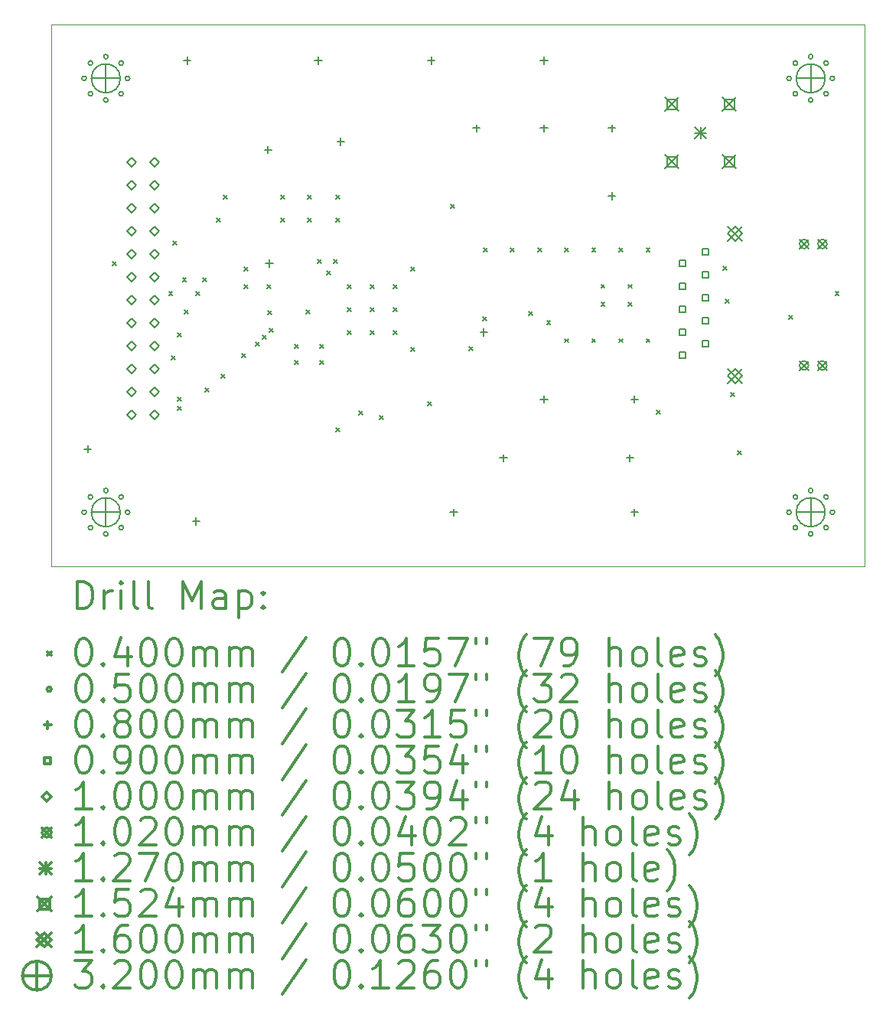
<source format=gbr>
%FSLAX45Y45*%
G04 Gerber Fmt 4.5, Leading zero omitted, Abs format (unit mm)*
G04 Created by KiCad (PCBNEW (5.1.12)-1) date 2021-12-16 18:47:07*
%MOMM*%
%LPD*%
G01*
G04 APERTURE LIST*
%TA.AperFunction,Profile*%
%ADD10C,0.050000*%
%TD*%
%ADD11C,0.200000*%
%ADD12C,0.300000*%
G04 APERTURE END LIST*
D10*
X10800000Y-5100000D02*
X19800000Y-5100000D01*
X10800000Y-11100000D02*
X10800000Y-5100000D01*
X19800000Y-11100000D02*
X10800000Y-11100000D01*
X19800000Y-5100000D02*
X19800000Y-11100000D01*
D11*
X11473500Y-7727000D02*
X11513500Y-7767000D01*
X11513500Y-7727000D02*
X11473500Y-7767000D01*
X12096265Y-8057665D02*
X12136265Y-8097665D01*
X12136265Y-8057665D02*
X12096265Y-8097665D01*
X12124900Y-8768400D02*
X12164900Y-8808400D01*
X12164900Y-8768400D02*
X12124900Y-8808400D01*
X12146600Y-7498400D02*
X12186600Y-7538400D01*
X12186600Y-7498400D02*
X12146600Y-7538400D01*
X12197400Y-8514400D02*
X12237400Y-8554400D01*
X12237400Y-8514400D02*
X12197400Y-8554400D01*
X12197400Y-9225600D02*
X12237400Y-9265600D01*
X12237400Y-9225600D02*
X12197400Y-9265600D01*
X12197400Y-9327200D02*
X12237400Y-9367200D01*
X12237400Y-9327200D02*
X12197400Y-9367200D01*
X12248665Y-7905265D02*
X12288665Y-7945265D01*
X12288665Y-7905265D02*
X12248665Y-7945265D01*
X12273600Y-8260400D02*
X12313600Y-8300400D01*
X12313600Y-8260400D02*
X12273600Y-8300400D01*
X12400600Y-8057200D02*
X12440600Y-8097200D01*
X12440600Y-8057200D02*
X12400600Y-8097200D01*
X12476800Y-7904800D02*
X12516800Y-7944800D01*
X12516800Y-7904800D02*
X12476800Y-7944800D01*
X12502200Y-9124000D02*
X12542200Y-9164000D01*
X12542200Y-9124000D02*
X12502200Y-9164000D01*
X12629200Y-7244400D02*
X12669200Y-7284400D01*
X12669200Y-7244400D02*
X12629200Y-7284400D01*
X12680000Y-8971600D02*
X12720000Y-9011600D01*
X12720000Y-8971600D02*
X12680000Y-9011600D01*
X12705400Y-6990400D02*
X12745400Y-7030400D01*
X12745400Y-6990400D02*
X12705400Y-7030400D01*
X12908600Y-8743000D02*
X12948600Y-8783000D01*
X12948600Y-8743000D02*
X12908600Y-8783000D01*
X12934000Y-7790500D02*
X12974000Y-7830500D01*
X12974000Y-7790500D02*
X12934000Y-7830500D01*
X12934000Y-7981000D02*
X12974000Y-8021000D01*
X12974000Y-7981000D02*
X12934000Y-8021000D01*
X13061000Y-8616000D02*
X13101000Y-8656000D01*
X13101000Y-8616000D02*
X13061000Y-8656000D01*
X13137200Y-8539800D02*
X13177200Y-8579800D01*
X13177200Y-8539800D02*
X13137200Y-8579800D01*
X13188000Y-7981000D02*
X13228000Y-8021000D01*
X13228000Y-7981000D02*
X13188000Y-8021000D01*
X13193080Y-8270560D02*
X13233080Y-8310560D01*
X13233080Y-8270560D02*
X13193080Y-8310560D01*
X13213400Y-8463600D02*
X13253400Y-8503600D01*
X13253400Y-8463600D02*
X13213400Y-8503600D01*
X13340400Y-6990400D02*
X13380400Y-7030400D01*
X13380400Y-6990400D02*
X13340400Y-7030400D01*
X13340400Y-7244400D02*
X13380400Y-7284400D01*
X13380400Y-7244400D02*
X13340400Y-7284400D01*
X13492800Y-8641400D02*
X13532800Y-8681400D01*
X13532800Y-8641400D02*
X13492800Y-8681400D01*
X13492800Y-8819200D02*
X13532800Y-8859200D01*
X13532800Y-8819200D02*
X13492800Y-8859200D01*
X13619670Y-8260270D02*
X13659670Y-8300270D01*
X13659670Y-8260270D02*
X13619670Y-8300270D01*
X13632500Y-6990400D02*
X13672500Y-7030400D01*
X13672500Y-6990400D02*
X13632500Y-7030400D01*
X13632500Y-7244400D02*
X13672500Y-7284400D01*
X13672500Y-7244400D02*
X13632500Y-7284400D01*
X13746800Y-7701600D02*
X13786800Y-7741600D01*
X13786800Y-7701600D02*
X13746800Y-7741600D01*
X13772200Y-8641400D02*
X13812200Y-8681400D01*
X13812200Y-8641400D02*
X13772200Y-8681400D01*
X13772200Y-8819200D02*
X13812200Y-8859200D01*
X13812200Y-8819200D02*
X13772200Y-8859200D01*
X13848400Y-7828600D02*
X13888400Y-7868600D01*
X13888400Y-7828600D02*
X13848400Y-7868600D01*
X13924600Y-7701600D02*
X13964600Y-7741600D01*
X13964600Y-7701600D02*
X13924600Y-7741600D01*
X13950000Y-6990400D02*
X13990000Y-7030400D01*
X13990000Y-6990400D02*
X13950000Y-7030400D01*
X13950000Y-7244400D02*
X13990000Y-7284400D01*
X13990000Y-7244400D02*
X13950000Y-7284400D01*
X13950000Y-9568500D02*
X13990000Y-9608500D01*
X13990000Y-9568500D02*
X13950000Y-9608500D01*
X14077000Y-7981000D02*
X14117000Y-8021000D01*
X14117000Y-7981000D02*
X14077000Y-8021000D01*
X14077000Y-8235000D02*
X14117000Y-8275000D01*
X14117000Y-8235000D02*
X14077000Y-8275000D01*
X14077000Y-8489000D02*
X14117000Y-8529000D01*
X14117000Y-8489000D02*
X14077000Y-8529000D01*
X14204000Y-9378000D02*
X14244000Y-9418000D01*
X14244000Y-9378000D02*
X14204000Y-9418000D01*
X14331000Y-7981000D02*
X14371000Y-8021000D01*
X14371000Y-7981000D02*
X14331000Y-8021000D01*
X14331000Y-8235000D02*
X14371000Y-8275000D01*
X14371000Y-8235000D02*
X14331000Y-8275000D01*
X14331000Y-8489000D02*
X14371000Y-8529000D01*
X14371000Y-8489000D02*
X14331000Y-8529000D01*
X14432600Y-9428800D02*
X14472600Y-9468800D01*
X14472600Y-9428800D02*
X14432600Y-9468800D01*
X14585000Y-7981000D02*
X14625000Y-8021000D01*
X14625000Y-7981000D02*
X14585000Y-8021000D01*
X14585000Y-8235000D02*
X14625000Y-8275000D01*
X14625000Y-8235000D02*
X14585000Y-8275000D01*
X14585000Y-8489000D02*
X14625000Y-8529000D01*
X14625000Y-8489000D02*
X14585000Y-8529000D01*
X14775500Y-7790500D02*
X14815500Y-7830500D01*
X14815500Y-7790500D02*
X14775500Y-7830500D01*
X14775500Y-8679500D02*
X14815500Y-8719500D01*
X14815500Y-8679500D02*
X14775500Y-8719500D01*
X14966000Y-9276400D02*
X15006000Y-9316400D01*
X15006000Y-9276400D02*
X14966000Y-9316400D01*
X15220000Y-7092000D02*
X15260000Y-7132000D01*
X15260000Y-7092000D02*
X15220000Y-7132000D01*
X15423200Y-8666800D02*
X15463200Y-8706800D01*
X15463200Y-8666800D02*
X15423200Y-8706800D01*
X15575600Y-8336600D02*
X15615600Y-8376600D01*
X15615600Y-8336600D02*
X15575600Y-8376600D01*
X15580000Y-7580000D02*
X15620000Y-7620000D01*
X15620000Y-7580000D02*
X15580000Y-7620000D01*
X15880000Y-7580000D02*
X15920000Y-7620000D01*
X15920000Y-7580000D02*
X15880000Y-7620000D01*
X16080000Y-8280000D02*
X16120000Y-8320000D01*
X16120000Y-8280000D02*
X16080000Y-8320000D01*
X16180000Y-7580000D02*
X16220000Y-7620000D01*
X16220000Y-7580000D02*
X16180000Y-7620000D01*
X16280000Y-8380000D02*
X16320000Y-8420000D01*
X16320000Y-8380000D02*
X16280000Y-8420000D01*
X16480000Y-7580000D02*
X16520000Y-7620000D01*
X16520000Y-7580000D02*
X16480000Y-7620000D01*
X16480000Y-8580000D02*
X16520000Y-8620000D01*
X16520000Y-8580000D02*
X16480000Y-8620000D01*
X16780000Y-7580000D02*
X16820000Y-7620000D01*
X16820000Y-7580000D02*
X16780000Y-7620000D01*
X16780000Y-8580000D02*
X16820000Y-8620000D01*
X16820000Y-8580000D02*
X16780000Y-8620000D01*
X16880000Y-7980000D02*
X16920000Y-8020000D01*
X16920000Y-7980000D02*
X16880000Y-8020000D01*
X16880000Y-8180000D02*
X16920000Y-8220000D01*
X16920000Y-8180000D02*
X16880000Y-8220000D01*
X17080000Y-7580000D02*
X17120000Y-7620000D01*
X17120000Y-7580000D02*
X17080000Y-7620000D01*
X17080000Y-8580000D02*
X17120000Y-8620000D01*
X17120000Y-8580000D02*
X17080000Y-8620000D01*
X17180000Y-7980000D02*
X17220000Y-8020000D01*
X17220000Y-7980000D02*
X17180000Y-8020000D01*
X17180000Y-8180000D02*
X17220000Y-8220000D01*
X17220000Y-8180000D02*
X17180000Y-8220000D01*
X17380000Y-7580000D02*
X17420000Y-7620000D01*
X17420000Y-7580000D02*
X17380000Y-7620000D01*
X17380000Y-8580000D02*
X17420000Y-8620000D01*
X17420000Y-8580000D02*
X17380000Y-8620000D01*
X17495840Y-9372920D02*
X17535840Y-9412920D01*
X17535840Y-9372920D02*
X17495840Y-9412920D01*
X18232440Y-7777800D02*
X18272440Y-7817800D01*
X18272440Y-7777800D02*
X18232440Y-7817800D01*
X18257840Y-8143560D02*
X18297840Y-8183560D01*
X18297840Y-8143560D02*
X18257840Y-8183560D01*
X18313720Y-9179880D02*
X18353720Y-9219880D01*
X18353720Y-9179880D02*
X18313720Y-9219880D01*
X18395000Y-9822500D02*
X18435000Y-9862500D01*
X18435000Y-9822500D02*
X18395000Y-9862500D01*
X18958880Y-8321360D02*
X18998880Y-8361360D01*
X18998880Y-8321360D02*
X18958880Y-8361360D01*
X19471960Y-8062280D02*
X19511960Y-8102280D01*
X19511960Y-8062280D02*
X19471960Y-8102280D01*
X11185000Y-5700000D02*
G75*
G03*
X11185000Y-5700000I-25000J0D01*
G01*
X11185000Y-10500000D02*
G75*
G03*
X11185000Y-10500000I-25000J0D01*
G01*
X11255294Y-5530294D02*
G75*
G03*
X11255294Y-5530294I-25000J0D01*
G01*
X11255294Y-5869706D02*
G75*
G03*
X11255294Y-5869706I-25000J0D01*
G01*
X11255294Y-10330294D02*
G75*
G03*
X11255294Y-10330294I-25000J0D01*
G01*
X11255294Y-10669706D02*
G75*
G03*
X11255294Y-10669706I-25000J0D01*
G01*
X11425000Y-5460000D02*
G75*
G03*
X11425000Y-5460000I-25000J0D01*
G01*
X11425000Y-5940000D02*
G75*
G03*
X11425000Y-5940000I-25000J0D01*
G01*
X11425000Y-10260000D02*
G75*
G03*
X11425000Y-10260000I-25000J0D01*
G01*
X11425000Y-10740000D02*
G75*
G03*
X11425000Y-10740000I-25000J0D01*
G01*
X11594706Y-5530294D02*
G75*
G03*
X11594706Y-5530294I-25000J0D01*
G01*
X11594706Y-5869706D02*
G75*
G03*
X11594706Y-5869706I-25000J0D01*
G01*
X11594706Y-10330294D02*
G75*
G03*
X11594706Y-10330294I-25000J0D01*
G01*
X11594706Y-10669706D02*
G75*
G03*
X11594706Y-10669706I-25000J0D01*
G01*
X11665000Y-5700000D02*
G75*
G03*
X11665000Y-5700000I-25000J0D01*
G01*
X11665000Y-10500000D02*
G75*
G03*
X11665000Y-10500000I-25000J0D01*
G01*
X18985000Y-5700000D02*
G75*
G03*
X18985000Y-5700000I-25000J0D01*
G01*
X18985000Y-10500000D02*
G75*
G03*
X18985000Y-10500000I-25000J0D01*
G01*
X19055294Y-5530294D02*
G75*
G03*
X19055294Y-5530294I-25000J0D01*
G01*
X19055294Y-5869706D02*
G75*
G03*
X19055294Y-5869706I-25000J0D01*
G01*
X19055294Y-10330294D02*
G75*
G03*
X19055294Y-10330294I-25000J0D01*
G01*
X19055294Y-10669706D02*
G75*
G03*
X19055294Y-10669706I-25000J0D01*
G01*
X19225000Y-5460000D02*
G75*
G03*
X19225000Y-5460000I-25000J0D01*
G01*
X19225000Y-5940000D02*
G75*
G03*
X19225000Y-5940000I-25000J0D01*
G01*
X19225000Y-10260000D02*
G75*
G03*
X19225000Y-10260000I-25000J0D01*
G01*
X19225000Y-10740000D02*
G75*
G03*
X19225000Y-10740000I-25000J0D01*
G01*
X19394706Y-5530294D02*
G75*
G03*
X19394706Y-5530294I-25000J0D01*
G01*
X19394706Y-5869706D02*
G75*
G03*
X19394706Y-5869706I-25000J0D01*
G01*
X19394706Y-10330294D02*
G75*
G03*
X19394706Y-10330294I-25000J0D01*
G01*
X19394706Y-10669706D02*
G75*
G03*
X19394706Y-10669706I-25000J0D01*
G01*
X19465000Y-5700000D02*
G75*
G03*
X19465000Y-5700000I-25000J0D01*
G01*
X19465000Y-10500000D02*
G75*
G03*
X19465000Y-10500000I-25000J0D01*
G01*
X11200000Y-9760000D02*
X11200000Y-9840000D01*
X11160000Y-9800000D02*
X11240000Y-9800000D01*
X12300000Y-5460000D02*
X12300000Y-5540000D01*
X12260000Y-5500000D02*
X12340000Y-5500000D01*
X12400000Y-10560000D02*
X12400000Y-10640000D01*
X12360000Y-10600000D02*
X12440000Y-10600000D01*
X13195300Y-6449700D02*
X13195300Y-6529700D01*
X13155300Y-6489700D02*
X13235300Y-6489700D01*
X13208000Y-7707000D02*
X13208000Y-7787000D01*
X13168000Y-7747000D02*
X13248000Y-7747000D01*
X13750000Y-5460000D02*
X13750000Y-5540000D01*
X13710000Y-5500000D02*
X13790000Y-5500000D01*
X14000000Y-6360000D02*
X14000000Y-6440000D01*
X13960000Y-6400000D02*
X14040000Y-6400000D01*
X15000000Y-5460000D02*
X15000000Y-5540000D01*
X14960000Y-5500000D02*
X15040000Y-5500000D01*
X15250000Y-10460000D02*
X15250000Y-10540000D01*
X15210000Y-10500000D02*
X15290000Y-10500000D01*
X15500000Y-6210000D02*
X15500000Y-6290000D01*
X15460000Y-6250000D02*
X15540000Y-6250000D01*
X15582900Y-8469000D02*
X15582900Y-8549000D01*
X15542900Y-8509000D02*
X15622900Y-8509000D01*
X15800000Y-9860000D02*
X15800000Y-9940000D01*
X15760000Y-9900000D02*
X15840000Y-9900000D01*
X16250000Y-5460000D02*
X16250000Y-5540000D01*
X16210000Y-5500000D02*
X16290000Y-5500000D01*
X16250000Y-6210000D02*
X16250000Y-6290000D01*
X16210000Y-6250000D02*
X16290000Y-6250000D01*
X16250000Y-9210000D02*
X16250000Y-9290000D01*
X16210000Y-9250000D02*
X16290000Y-9250000D01*
X17000000Y-6210000D02*
X17000000Y-6290000D01*
X16960000Y-6250000D02*
X17040000Y-6250000D01*
X17000000Y-6960000D02*
X17000000Y-7040000D01*
X16960000Y-7000000D02*
X17040000Y-7000000D01*
X17200000Y-9860000D02*
X17200000Y-9940000D01*
X17160000Y-9900000D02*
X17240000Y-9900000D01*
X17250000Y-9210000D02*
X17250000Y-9290000D01*
X17210000Y-9250000D02*
X17290000Y-9250000D01*
X17250000Y-10460000D02*
X17250000Y-10540000D01*
X17210000Y-10500000D02*
X17290000Y-10500000D01*
X17811820Y-7778820D02*
X17811820Y-7715180D01*
X17748180Y-7715180D01*
X17748180Y-7778820D01*
X17811820Y-7778820D01*
X17811820Y-8032820D02*
X17811820Y-7969180D01*
X17748180Y-7969180D01*
X17748180Y-8032820D01*
X17811820Y-8032820D01*
X17811820Y-8286820D02*
X17811820Y-8223180D01*
X17748180Y-8223180D01*
X17748180Y-8286820D01*
X17811820Y-8286820D01*
X17811820Y-8540820D02*
X17811820Y-8477180D01*
X17748180Y-8477180D01*
X17748180Y-8540820D01*
X17811820Y-8540820D01*
X17811820Y-8794820D02*
X17811820Y-8731180D01*
X17748180Y-8731180D01*
X17748180Y-8794820D01*
X17811820Y-8794820D01*
X18065820Y-7651820D02*
X18065820Y-7588180D01*
X18002180Y-7588180D01*
X18002180Y-7651820D01*
X18065820Y-7651820D01*
X18065820Y-7905820D02*
X18065820Y-7842180D01*
X18002180Y-7842180D01*
X18002180Y-7905820D01*
X18065820Y-7905820D01*
X18065820Y-8159820D02*
X18065820Y-8096180D01*
X18002180Y-8096180D01*
X18002180Y-8159820D01*
X18065820Y-8159820D01*
X18065820Y-8413820D02*
X18065820Y-8350180D01*
X18002180Y-8350180D01*
X18002180Y-8413820D01*
X18065820Y-8413820D01*
X18065820Y-8667820D02*
X18065820Y-8604180D01*
X18002180Y-8604180D01*
X18002180Y-8667820D01*
X18065820Y-8667820D01*
X11684000Y-6679400D02*
X11734000Y-6629400D01*
X11684000Y-6579400D01*
X11634000Y-6629400D01*
X11684000Y-6679400D01*
X11684000Y-6933400D02*
X11734000Y-6883400D01*
X11684000Y-6833400D01*
X11634000Y-6883400D01*
X11684000Y-6933400D01*
X11684000Y-7187400D02*
X11734000Y-7137400D01*
X11684000Y-7087400D01*
X11634000Y-7137400D01*
X11684000Y-7187400D01*
X11684000Y-7441400D02*
X11734000Y-7391400D01*
X11684000Y-7341400D01*
X11634000Y-7391400D01*
X11684000Y-7441400D01*
X11684000Y-7695400D02*
X11734000Y-7645400D01*
X11684000Y-7595400D01*
X11634000Y-7645400D01*
X11684000Y-7695400D01*
X11684000Y-7949400D02*
X11734000Y-7899400D01*
X11684000Y-7849400D01*
X11634000Y-7899400D01*
X11684000Y-7949400D01*
X11684000Y-8203400D02*
X11734000Y-8153400D01*
X11684000Y-8103400D01*
X11634000Y-8153400D01*
X11684000Y-8203400D01*
X11684000Y-8457400D02*
X11734000Y-8407400D01*
X11684000Y-8357400D01*
X11634000Y-8407400D01*
X11684000Y-8457400D01*
X11684000Y-8711400D02*
X11734000Y-8661400D01*
X11684000Y-8611400D01*
X11634000Y-8661400D01*
X11684000Y-8711400D01*
X11684000Y-8965400D02*
X11734000Y-8915400D01*
X11684000Y-8865400D01*
X11634000Y-8915400D01*
X11684000Y-8965400D01*
X11684000Y-9219400D02*
X11734000Y-9169400D01*
X11684000Y-9119400D01*
X11634000Y-9169400D01*
X11684000Y-9219400D01*
X11684000Y-9473400D02*
X11734000Y-9423400D01*
X11684000Y-9373400D01*
X11634000Y-9423400D01*
X11684000Y-9473400D01*
X11938000Y-6679400D02*
X11988000Y-6629400D01*
X11938000Y-6579400D01*
X11888000Y-6629400D01*
X11938000Y-6679400D01*
X11938000Y-6933400D02*
X11988000Y-6883400D01*
X11938000Y-6833400D01*
X11888000Y-6883400D01*
X11938000Y-6933400D01*
X11938000Y-7187400D02*
X11988000Y-7137400D01*
X11938000Y-7087400D01*
X11888000Y-7137400D01*
X11938000Y-7187400D01*
X11938000Y-7441400D02*
X11988000Y-7391400D01*
X11938000Y-7341400D01*
X11888000Y-7391400D01*
X11938000Y-7441400D01*
X11938000Y-7695400D02*
X11988000Y-7645400D01*
X11938000Y-7595400D01*
X11888000Y-7645400D01*
X11938000Y-7695400D01*
X11938000Y-7949400D02*
X11988000Y-7899400D01*
X11938000Y-7849400D01*
X11888000Y-7899400D01*
X11938000Y-7949400D01*
X11938000Y-8203400D02*
X11988000Y-8153400D01*
X11938000Y-8103400D01*
X11888000Y-8153400D01*
X11938000Y-8203400D01*
X11938000Y-8457400D02*
X11988000Y-8407400D01*
X11938000Y-8357400D01*
X11888000Y-8407400D01*
X11938000Y-8457400D01*
X11938000Y-8711400D02*
X11988000Y-8661400D01*
X11938000Y-8611400D01*
X11888000Y-8661400D01*
X11938000Y-8711400D01*
X11938000Y-8965400D02*
X11988000Y-8915400D01*
X11938000Y-8865400D01*
X11888000Y-8915400D01*
X11938000Y-8965400D01*
X11938000Y-9219400D02*
X11988000Y-9169400D01*
X11938000Y-9119400D01*
X11888000Y-9169400D01*
X11938000Y-9219400D01*
X11938000Y-9473400D02*
X11988000Y-9423400D01*
X11938000Y-9373400D01*
X11888000Y-9423400D01*
X11938000Y-9473400D01*
X19075000Y-7480600D02*
X19177000Y-7582600D01*
X19177000Y-7480600D02*
X19075000Y-7582600D01*
X19177000Y-7531600D02*
G75*
G03*
X19177000Y-7531600I-51000J0D01*
G01*
X19075000Y-8825600D02*
X19177000Y-8927600D01*
X19177000Y-8825600D02*
X19075000Y-8927600D01*
X19177000Y-8876600D02*
G75*
G03*
X19177000Y-8876600I-51000J0D01*
G01*
X19278000Y-7480600D02*
X19380000Y-7582600D01*
X19380000Y-7480600D02*
X19278000Y-7582600D01*
X19380000Y-7531600D02*
G75*
G03*
X19380000Y-7531600I-51000J0D01*
G01*
X19278000Y-8825600D02*
X19380000Y-8927600D01*
X19380000Y-8825600D02*
X19278000Y-8927600D01*
X19380000Y-8876600D02*
G75*
G03*
X19380000Y-8876600I-51000J0D01*
G01*
X17919700Y-6240780D02*
X18046700Y-6367780D01*
X18046700Y-6240780D02*
X17919700Y-6367780D01*
X17983200Y-6240780D02*
X17983200Y-6367780D01*
X17919700Y-6304280D02*
X18046700Y-6304280D01*
X17589500Y-5910580D02*
X17741900Y-6062980D01*
X17741900Y-5910580D02*
X17589500Y-6062980D01*
X17719582Y-6040662D02*
X17719582Y-5932898D01*
X17611818Y-5932898D01*
X17611818Y-6040662D01*
X17719582Y-6040662D01*
X17589500Y-6545580D02*
X17741900Y-6697980D01*
X17741900Y-6545580D02*
X17589500Y-6697980D01*
X17719582Y-6675662D02*
X17719582Y-6567898D01*
X17611818Y-6567898D01*
X17611818Y-6675662D01*
X17719582Y-6675662D01*
X18224500Y-5910580D02*
X18376900Y-6062980D01*
X18376900Y-5910580D02*
X18224500Y-6062980D01*
X18354582Y-6040662D02*
X18354582Y-5932898D01*
X18246818Y-5932898D01*
X18246818Y-6040662D01*
X18354582Y-6040662D01*
X18224500Y-6545580D02*
X18376900Y-6697980D01*
X18376900Y-6545580D02*
X18224500Y-6697980D01*
X18354582Y-6675662D02*
X18354582Y-6567898D01*
X18246818Y-6567898D01*
X18246818Y-6675662D01*
X18354582Y-6675662D01*
X18284000Y-7337000D02*
X18444000Y-7497000D01*
X18444000Y-7337000D02*
X18284000Y-7497000D01*
X18364000Y-7497000D02*
X18444000Y-7417000D01*
X18364000Y-7337000D01*
X18284000Y-7417000D01*
X18364000Y-7497000D01*
X18284200Y-8911600D02*
X18444200Y-9071600D01*
X18444200Y-8911600D02*
X18284200Y-9071600D01*
X18364200Y-9071600D02*
X18444200Y-8991600D01*
X18364200Y-8911600D01*
X18284200Y-8991600D01*
X18364200Y-9071600D01*
X11400000Y-5540000D02*
X11400000Y-5860000D01*
X11240000Y-5700000D02*
X11560000Y-5700000D01*
X11560000Y-5700000D02*
G75*
G03*
X11560000Y-5700000I-160000J0D01*
G01*
X11400000Y-10340000D02*
X11400000Y-10660000D01*
X11240000Y-10500000D02*
X11560000Y-10500000D01*
X11560000Y-10500000D02*
G75*
G03*
X11560000Y-10500000I-160000J0D01*
G01*
X19200000Y-5540000D02*
X19200000Y-5860000D01*
X19040000Y-5700000D02*
X19360000Y-5700000D01*
X19360000Y-5700000D02*
G75*
G03*
X19360000Y-5700000I-160000J0D01*
G01*
X19200000Y-10340000D02*
X19200000Y-10660000D01*
X19040000Y-10500000D02*
X19360000Y-10500000D01*
X19360000Y-10500000D02*
G75*
G03*
X19360000Y-10500000I-160000J0D01*
G01*
D12*
X11083928Y-11568214D02*
X11083928Y-11268214D01*
X11155357Y-11268214D01*
X11198214Y-11282500D01*
X11226786Y-11311071D01*
X11241071Y-11339643D01*
X11255357Y-11396786D01*
X11255357Y-11439643D01*
X11241071Y-11496786D01*
X11226786Y-11525357D01*
X11198214Y-11553929D01*
X11155357Y-11568214D01*
X11083928Y-11568214D01*
X11383928Y-11568214D02*
X11383928Y-11368214D01*
X11383928Y-11425357D02*
X11398214Y-11396786D01*
X11412500Y-11382500D01*
X11441071Y-11368214D01*
X11469643Y-11368214D01*
X11569643Y-11568214D02*
X11569643Y-11368214D01*
X11569643Y-11268214D02*
X11555357Y-11282500D01*
X11569643Y-11296786D01*
X11583928Y-11282500D01*
X11569643Y-11268214D01*
X11569643Y-11296786D01*
X11755357Y-11568214D02*
X11726786Y-11553929D01*
X11712500Y-11525357D01*
X11712500Y-11268214D01*
X11912500Y-11568214D02*
X11883928Y-11553929D01*
X11869643Y-11525357D01*
X11869643Y-11268214D01*
X12255357Y-11568214D02*
X12255357Y-11268214D01*
X12355357Y-11482500D01*
X12455357Y-11268214D01*
X12455357Y-11568214D01*
X12726786Y-11568214D02*
X12726786Y-11411071D01*
X12712500Y-11382500D01*
X12683928Y-11368214D01*
X12626786Y-11368214D01*
X12598214Y-11382500D01*
X12726786Y-11553929D02*
X12698214Y-11568214D01*
X12626786Y-11568214D01*
X12598214Y-11553929D01*
X12583928Y-11525357D01*
X12583928Y-11496786D01*
X12598214Y-11468214D01*
X12626786Y-11453929D01*
X12698214Y-11453929D01*
X12726786Y-11439643D01*
X12869643Y-11368214D02*
X12869643Y-11668214D01*
X12869643Y-11382500D02*
X12898214Y-11368214D01*
X12955357Y-11368214D01*
X12983928Y-11382500D01*
X12998214Y-11396786D01*
X13012500Y-11425357D01*
X13012500Y-11511071D01*
X12998214Y-11539643D01*
X12983928Y-11553929D01*
X12955357Y-11568214D01*
X12898214Y-11568214D01*
X12869643Y-11553929D01*
X13141071Y-11539643D02*
X13155357Y-11553929D01*
X13141071Y-11568214D01*
X13126786Y-11553929D01*
X13141071Y-11539643D01*
X13141071Y-11568214D01*
X13141071Y-11382500D02*
X13155357Y-11396786D01*
X13141071Y-11411071D01*
X13126786Y-11396786D01*
X13141071Y-11382500D01*
X13141071Y-11411071D01*
X10757500Y-12042500D02*
X10797500Y-12082500D01*
X10797500Y-12042500D02*
X10757500Y-12082500D01*
X11141071Y-11898214D02*
X11169643Y-11898214D01*
X11198214Y-11912500D01*
X11212500Y-11926786D01*
X11226786Y-11955357D01*
X11241071Y-12012500D01*
X11241071Y-12083929D01*
X11226786Y-12141071D01*
X11212500Y-12169643D01*
X11198214Y-12183929D01*
X11169643Y-12198214D01*
X11141071Y-12198214D01*
X11112500Y-12183929D01*
X11098214Y-12169643D01*
X11083928Y-12141071D01*
X11069643Y-12083929D01*
X11069643Y-12012500D01*
X11083928Y-11955357D01*
X11098214Y-11926786D01*
X11112500Y-11912500D01*
X11141071Y-11898214D01*
X11369643Y-12169643D02*
X11383928Y-12183929D01*
X11369643Y-12198214D01*
X11355357Y-12183929D01*
X11369643Y-12169643D01*
X11369643Y-12198214D01*
X11641071Y-11998214D02*
X11641071Y-12198214D01*
X11569643Y-11883929D02*
X11498214Y-12098214D01*
X11683928Y-12098214D01*
X11855357Y-11898214D02*
X11883928Y-11898214D01*
X11912500Y-11912500D01*
X11926786Y-11926786D01*
X11941071Y-11955357D01*
X11955357Y-12012500D01*
X11955357Y-12083929D01*
X11941071Y-12141071D01*
X11926786Y-12169643D01*
X11912500Y-12183929D01*
X11883928Y-12198214D01*
X11855357Y-12198214D01*
X11826786Y-12183929D01*
X11812500Y-12169643D01*
X11798214Y-12141071D01*
X11783928Y-12083929D01*
X11783928Y-12012500D01*
X11798214Y-11955357D01*
X11812500Y-11926786D01*
X11826786Y-11912500D01*
X11855357Y-11898214D01*
X12141071Y-11898214D02*
X12169643Y-11898214D01*
X12198214Y-11912500D01*
X12212500Y-11926786D01*
X12226786Y-11955357D01*
X12241071Y-12012500D01*
X12241071Y-12083929D01*
X12226786Y-12141071D01*
X12212500Y-12169643D01*
X12198214Y-12183929D01*
X12169643Y-12198214D01*
X12141071Y-12198214D01*
X12112500Y-12183929D01*
X12098214Y-12169643D01*
X12083928Y-12141071D01*
X12069643Y-12083929D01*
X12069643Y-12012500D01*
X12083928Y-11955357D01*
X12098214Y-11926786D01*
X12112500Y-11912500D01*
X12141071Y-11898214D01*
X12369643Y-12198214D02*
X12369643Y-11998214D01*
X12369643Y-12026786D02*
X12383928Y-12012500D01*
X12412500Y-11998214D01*
X12455357Y-11998214D01*
X12483928Y-12012500D01*
X12498214Y-12041071D01*
X12498214Y-12198214D01*
X12498214Y-12041071D02*
X12512500Y-12012500D01*
X12541071Y-11998214D01*
X12583928Y-11998214D01*
X12612500Y-12012500D01*
X12626786Y-12041071D01*
X12626786Y-12198214D01*
X12769643Y-12198214D02*
X12769643Y-11998214D01*
X12769643Y-12026786D02*
X12783928Y-12012500D01*
X12812500Y-11998214D01*
X12855357Y-11998214D01*
X12883928Y-12012500D01*
X12898214Y-12041071D01*
X12898214Y-12198214D01*
X12898214Y-12041071D02*
X12912500Y-12012500D01*
X12941071Y-11998214D01*
X12983928Y-11998214D01*
X13012500Y-12012500D01*
X13026786Y-12041071D01*
X13026786Y-12198214D01*
X13612500Y-11883929D02*
X13355357Y-12269643D01*
X13998214Y-11898214D02*
X14026786Y-11898214D01*
X14055357Y-11912500D01*
X14069643Y-11926786D01*
X14083928Y-11955357D01*
X14098214Y-12012500D01*
X14098214Y-12083929D01*
X14083928Y-12141071D01*
X14069643Y-12169643D01*
X14055357Y-12183929D01*
X14026786Y-12198214D01*
X13998214Y-12198214D01*
X13969643Y-12183929D01*
X13955357Y-12169643D01*
X13941071Y-12141071D01*
X13926786Y-12083929D01*
X13926786Y-12012500D01*
X13941071Y-11955357D01*
X13955357Y-11926786D01*
X13969643Y-11912500D01*
X13998214Y-11898214D01*
X14226786Y-12169643D02*
X14241071Y-12183929D01*
X14226786Y-12198214D01*
X14212500Y-12183929D01*
X14226786Y-12169643D01*
X14226786Y-12198214D01*
X14426786Y-11898214D02*
X14455357Y-11898214D01*
X14483928Y-11912500D01*
X14498214Y-11926786D01*
X14512500Y-11955357D01*
X14526786Y-12012500D01*
X14526786Y-12083929D01*
X14512500Y-12141071D01*
X14498214Y-12169643D01*
X14483928Y-12183929D01*
X14455357Y-12198214D01*
X14426786Y-12198214D01*
X14398214Y-12183929D01*
X14383928Y-12169643D01*
X14369643Y-12141071D01*
X14355357Y-12083929D01*
X14355357Y-12012500D01*
X14369643Y-11955357D01*
X14383928Y-11926786D01*
X14398214Y-11912500D01*
X14426786Y-11898214D01*
X14812500Y-12198214D02*
X14641071Y-12198214D01*
X14726786Y-12198214D02*
X14726786Y-11898214D01*
X14698214Y-11941071D01*
X14669643Y-11969643D01*
X14641071Y-11983929D01*
X15083928Y-11898214D02*
X14941071Y-11898214D01*
X14926786Y-12041071D01*
X14941071Y-12026786D01*
X14969643Y-12012500D01*
X15041071Y-12012500D01*
X15069643Y-12026786D01*
X15083928Y-12041071D01*
X15098214Y-12069643D01*
X15098214Y-12141071D01*
X15083928Y-12169643D01*
X15069643Y-12183929D01*
X15041071Y-12198214D01*
X14969643Y-12198214D01*
X14941071Y-12183929D01*
X14926786Y-12169643D01*
X15198214Y-11898214D02*
X15398214Y-11898214D01*
X15269643Y-12198214D01*
X15498214Y-11898214D02*
X15498214Y-11955357D01*
X15612500Y-11898214D02*
X15612500Y-11955357D01*
X16055357Y-12312500D02*
X16041071Y-12298214D01*
X16012500Y-12255357D01*
X15998214Y-12226786D01*
X15983928Y-12183929D01*
X15969643Y-12112500D01*
X15969643Y-12055357D01*
X15983928Y-11983929D01*
X15998214Y-11941071D01*
X16012500Y-11912500D01*
X16041071Y-11869643D01*
X16055357Y-11855357D01*
X16141071Y-11898214D02*
X16341071Y-11898214D01*
X16212500Y-12198214D01*
X16469643Y-12198214D02*
X16526786Y-12198214D01*
X16555357Y-12183929D01*
X16569643Y-12169643D01*
X16598214Y-12126786D01*
X16612500Y-12069643D01*
X16612500Y-11955357D01*
X16598214Y-11926786D01*
X16583928Y-11912500D01*
X16555357Y-11898214D01*
X16498214Y-11898214D01*
X16469643Y-11912500D01*
X16455357Y-11926786D01*
X16441071Y-11955357D01*
X16441071Y-12026786D01*
X16455357Y-12055357D01*
X16469643Y-12069643D01*
X16498214Y-12083929D01*
X16555357Y-12083929D01*
X16583928Y-12069643D01*
X16598214Y-12055357D01*
X16612500Y-12026786D01*
X16969643Y-12198214D02*
X16969643Y-11898214D01*
X17098214Y-12198214D02*
X17098214Y-12041071D01*
X17083928Y-12012500D01*
X17055357Y-11998214D01*
X17012500Y-11998214D01*
X16983928Y-12012500D01*
X16969643Y-12026786D01*
X17283928Y-12198214D02*
X17255357Y-12183929D01*
X17241071Y-12169643D01*
X17226786Y-12141071D01*
X17226786Y-12055357D01*
X17241071Y-12026786D01*
X17255357Y-12012500D01*
X17283928Y-11998214D01*
X17326786Y-11998214D01*
X17355357Y-12012500D01*
X17369643Y-12026786D01*
X17383928Y-12055357D01*
X17383928Y-12141071D01*
X17369643Y-12169643D01*
X17355357Y-12183929D01*
X17326786Y-12198214D01*
X17283928Y-12198214D01*
X17555357Y-12198214D02*
X17526786Y-12183929D01*
X17512500Y-12155357D01*
X17512500Y-11898214D01*
X17783928Y-12183929D02*
X17755357Y-12198214D01*
X17698214Y-12198214D01*
X17669643Y-12183929D01*
X17655357Y-12155357D01*
X17655357Y-12041071D01*
X17669643Y-12012500D01*
X17698214Y-11998214D01*
X17755357Y-11998214D01*
X17783928Y-12012500D01*
X17798214Y-12041071D01*
X17798214Y-12069643D01*
X17655357Y-12098214D01*
X17912500Y-12183929D02*
X17941071Y-12198214D01*
X17998214Y-12198214D01*
X18026786Y-12183929D01*
X18041071Y-12155357D01*
X18041071Y-12141071D01*
X18026786Y-12112500D01*
X17998214Y-12098214D01*
X17955357Y-12098214D01*
X17926786Y-12083929D01*
X17912500Y-12055357D01*
X17912500Y-12041071D01*
X17926786Y-12012500D01*
X17955357Y-11998214D01*
X17998214Y-11998214D01*
X18026786Y-12012500D01*
X18141071Y-12312500D02*
X18155357Y-12298214D01*
X18183928Y-12255357D01*
X18198214Y-12226786D01*
X18212500Y-12183929D01*
X18226786Y-12112500D01*
X18226786Y-12055357D01*
X18212500Y-11983929D01*
X18198214Y-11941071D01*
X18183928Y-11912500D01*
X18155357Y-11869643D01*
X18141071Y-11855357D01*
X10797500Y-12458500D02*
G75*
G03*
X10797500Y-12458500I-25000J0D01*
G01*
X11141071Y-12294214D02*
X11169643Y-12294214D01*
X11198214Y-12308500D01*
X11212500Y-12322786D01*
X11226786Y-12351357D01*
X11241071Y-12408500D01*
X11241071Y-12479929D01*
X11226786Y-12537071D01*
X11212500Y-12565643D01*
X11198214Y-12579929D01*
X11169643Y-12594214D01*
X11141071Y-12594214D01*
X11112500Y-12579929D01*
X11098214Y-12565643D01*
X11083928Y-12537071D01*
X11069643Y-12479929D01*
X11069643Y-12408500D01*
X11083928Y-12351357D01*
X11098214Y-12322786D01*
X11112500Y-12308500D01*
X11141071Y-12294214D01*
X11369643Y-12565643D02*
X11383928Y-12579929D01*
X11369643Y-12594214D01*
X11355357Y-12579929D01*
X11369643Y-12565643D01*
X11369643Y-12594214D01*
X11655357Y-12294214D02*
X11512500Y-12294214D01*
X11498214Y-12437071D01*
X11512500Y-12422786D01*
X11541071Y-12408500D01*
X11612500Y-12408500D01*
X11641071Y-12422786D01*
X11655357Y-12437071D01*
X11669643Y-12465643D01*
X11669643Y-12537071D01*
X11655357Y-12565643D01*
X11641071Y-12579929D01*
X11612500Y-12594214D01*
X11541071Y-12594214D01*
X11512500Y-12579929D01*
X11498214Y-12565643D01*
X11855357Y-12294214D02*
X11883928Y-12294214D01*
X11912500Y-12308500D01*
X11926786Y-12322786D01*
X11941071Y-12351357D01*
X11955357Y-12408500D01*
X11955357Y-12479929D01*
X11941071Y-12537071D01*
X11926786Y-12565643D01*
X11912500Y-12579929D01*
X11883928Y-12594214D01*
X11855357Y-12594214D01*
X11826786Y-12579929D01*
X11812500Y-12565643D01*
X11798214Y-12537071D01*
X11783928Y-12479929D01*
X11783928Y-12408500D01*
X11798214Y-12351357D01*
X11812500Y-12322786D01*
X11826786Y-12308500D01*
X11855357Y-12294214D01*
X12141071Y-12294214D02*
X12169643Y-12294214D01*
X12198214Y-12308500D01*
X12212500Y-12322786D01*
X12226786Y-12351357D01*
X12241071Y-12408500D01*
X12241071Y-12479929D01*
X12226786Y-12537071D01*
X12212500Y-12565643D01*
X12198214Y-12579929D01*
X12169643Y-12594214D01*
X12141071Y-12594214D01*
X12112500Y-12579929D01*
X12098214Y-12565643D01*
X12083928Y-12537071D01*
X12069643Y-12479929D01*
X12069643Y-12408500D01*
X12083928Y-12351357D01*
X12098214Y-12322786D01*
X12112500Y-12308500D01*
X12141071Y-12294214D01*
X12369643Y-12594214D02*
X12369643Y-12394214D01*
X12369643Y-12422786D02*
X12383928Y-12408500D01*
X12412500Y-12394214D01*
X12455357Y-12394214D01*
X12483928Y-12408500D01*
X12498214Y-12437071D01*
X12498214Y-12594214D01*
X12498214Y-12437071D02*
X12512500Y-12408500D01*
X12541071Y-12394214D01*
X12583928Y-12394214D01*
X12612500Y-12408500D01*
X12626786Y-12437071D01*
X12626786Y-12594214D01*
X12769643Y-12594214D02*
X12769643Y-12394214D01*
X12769643Y-12422786D02*
X12783928Y-12408500D01*
X12812500Y-12394214D01*
X12855357Y-12394214D01*
X12883928Y-12408500D01*
X12898214Y-12437071D01*
X12898214Y-12594214D01*
X12898214Y-12437071D02*
X12912500Y-12408500D01*
X12941071Y-12394214D01*
X12983928Y-12394214D01*
X13012500Y-12408500D01*
X13026786Y-12437071D01*
X13026786Y-12594214D01*
X13612500Y-12279929D02*
X13355357Y-12665643D01*
X13998214Y-12294214D02*
X14026786Y-12294214D01*
X14055357Y-12308500D01*
X14069643Y-12322786D01*
X14083928Y-12351357D01*
X14098214Y-12408500D01*
X14098214Y-12479929D01*
X14083928Y-12537071D01*
X14069643Y-12565643D01*
X14055357Y-12579929D01*
X14026786Y-12594214D01*
X13998214Y-12594214D01*
X13969643Y-12579929D01*
X13955357Y-12565643D01*
X13941071Y-12537071D01*
X13926786Y-12479929D01*
X13926786Y-12408500D01*
X13941071Y-12351357D01*
X13955357Y-12322786D01*
X13969643Y-12308500D01*
X13998214Y-12294214D01*
X14226786Y-12565643D02*
X14241071Y-12579929D01*
X14226786Y-12594214D01*
X14212500Y-12579929D01*
X14226786Y-12565643D01*
X14226786Y-12594214D01*
X14426786Y-12294214D02*
X14455357Y-12294214D01*
X14483928Y-12308500D01*
X14498214Y-12322786D01*
X14512500Y-12351357D01*
X14526786Y-12408500D01*
X14526786Y-12479929D01*
X14512500Y-12537071D01*
X14498214Y-12565643D01*
X14483928Y-12579929D01*
X14455357Y-12594214D01*
X14426786Y-12594214D01*
X14398214Y-12579929D01*
X14383928Y-12565643D01*
X14369643Y-12537071D01*
X14355357Y-12479929D01*
X14355357Y-12408500D01*
X14369643Y-12351357D01*
X14383928Y-12322786D01*
X14398214Y-12308500D01*
X14426786Y-12294214D01*
X14812500Y-12594214D02*
X14641071Y-12594214D01*
X14726786Y-12594214D02*
X14726786Y-12294214D01*
X14698214Y-12337071D01*
X14669643Y-12365643D01*
X14641071Y-12379929D01*
X14955357Y-12594214D02*
X15012500Y-12594214D01*
X15041071Y-12579929D01*
X15055357Y-12565643D01*
X15083928Y-12522786D01*
X15098214Y-12465643D01*
X15098214Y-12351357D01*
X15083928Y-12322786D01*
X15069643Y-12308500D01*
X15041071Y-12294214D01*
X14983928Y-12294214D01*
X14955357Y-12308500D01*
X14941071Y-12322786D01*
X14926786Y-12351357D01*
X14926786Y-12422786D01*
X14941071Y-12451357D01*
X14955357Y-12465643D01*
X14983928Y-12479929D01*
X15041071Y-12479929D01*
X15069643Y-12465643D01*
X15083928Y-12451357D01*
X15098214Y-12422786D01*
X15198214Y-12294214D02*
X15398214Y-12294214D01*
X15269643Y-12594214D01*
X15498214Y-12294214D02*
X15498214Y-12351357D01*
X15612500Y-12294214D02*
X15612500Y-12351357D01*
X16055357Y-12708500D02*
X16041071Y-12694214D01*
X16012500Y-12651357D01*
X15998214Y-12622786D01*
X15983928Y-12579929D01*
X15969643Y-12508500D01*
X15969643Y-12451357D01*
X15983928Y-12379929D01*
X15998214Y-12337071D01*
X16012500Y-12308500D01*
X16041071Y-12265643D01*
X16055357Y-12251357D01*
X16141071Y-12294214D02*
X16326786Y-12294214D01*
X16226786Y-12408500D01*
X16269643Y-12408500D01*
X16298214Y-12422786D01*
X16312500Y-12437071D01*
X16326786Y-12465643D01*
X16326786Y-12537071D01*
X16312500Y-12565643D01*
X16298214Y-12579929D01*
X16269643Y-12594214D01*
X16183928Y-12594214D01*
X16155357Y-12579929D01*
X16141071Y-12565643D01*
X16441071Y-12322786D02*
X16455357Y-12308500D01*
X16483928Y-12294214D01*
X16555357Y-12294214D01*
X16583928Y-12308500D01*
X16598214Y-12322786D01*
X16612500Y-12351357D01*
X16612500Y-12379929D01*
X16598214Y-12422786D01*
X16426786Y-12594214D01*
X16612500Y-12594214D01*
X16969643Y-12594214D02*
X16969643Y-12294214D01*
X17098214Y-12594214D02*
X17098214Y-12437071D01*
X17083928Y-12408500D01*
X17055357Y-12394214D01*
X17012500Y-12394214D01*
X16983928Y-12408500D01*
X16969643Y-12422786D01*
X17283928Y-12594214D02*
X17255357Y-12579929D01*
X17241071Y-12565643D01*
X17226786Y-12537071D01*
X17226786Y-12451357D01*
X17241071Y-12422786D01*
X17255357Y-12408500D01*
X17283928Y-12394214D01*
X17326786Y-12394214D01*
X17355357Y-12408500D01*
X17369643Y-12422786D01*
X17383928Y-12451357D01*
X17383928Y-12537071D01*
X17369643Y-12565643D01*
X17355357Y-12579929D01*
X17326786Y-12594214D01*
X17283928Y-12594214D01*
X17555357Y-12594214D02*
X17526786Y-12579929D01*
X17512500Y-12551357D01*
X17512500Y-12294214D01*
X17783928Y-12579929D02*
X17755357Y-12594214D01*
X17698214Y-12594214D01*
X17669643Y-12579929D01*
X17655357Y-12551357D01*
X17655357Y-12437071D01*
X17669643Y-12408500D01*
X17698214Y-12394214D01*
X17755357Y-12394214D01*
X17783928Y-12408500D01*
X17798214Y-12437071D01*
X17798214Y-12465643D01*
X17655357Y-12494214D01*
X17912500Y-12579929D02*
X17941071Y-12594214D01*
X17998214Y-12594214D01*
X18026786Y-12579929D01*
X18041071Y-12551357D01*
X18041071Y-12537071D01*
X18026786Y-12508500D01*
X17998214Y-12494214D01*
X17955357Y-12494214D01*
X17926786Y-12479929D01*
X17912500Y-12451357D01*
X17912500Y-12437071D01*
X17926786Y-12408500D01*
X17955357Y-12394214D01*
X17998214Y-12394214D01*
X18026786Y-12408500D01*
X18141071Y-12708500D02*
X18155357Y-12694214D01*
X18183928Y-12651357D01*
X18198214Y-12622786D01*
X18212500Y-12579929D01*
X18226786Y-12508500D01*
X18226786Y-12451357D01*
X18212500Y-12379929D01*
X18198214Y-12337071D01*
X18183928Y-12308500D01*
X18155357Y-12265643D01*
X18141071Y-12251357D01*
X10757500Y-12814500D02*
X10757500Y-12894500D01*
X10717500Y-12854500D02*
X10797500Y-12854500D01*
X11141071Y-12690214D02*
X11169643Y-12690214D01*
X11198214Y-12704500D01*
X11212500Y-12718786D01*
X11226786Y-12747357D01*
X11241071Y-12804500D01*
X11241071Y-12875929D01*
X11226786Y-12933071D01*
X11212500Y-12961643D01*
X11198214Y-12975929D01*
X11169643Y-12990214D01*
X11141071Y-12990214D01*
X11112500Y-12975929D01*
X11098214Y-12961643D01*
X11083928Y-12933071D01*
X11069643Y-12875929D01*
X11069643Y-12804500D01*
X11083928Y-12747357D01*
X11098214Y-12718786D01*
X11112500Y-12704500D01*
X11141071Y-12690214D01*
X11369643Y-12961643D02*
X11383928Y-12975929D01*
X11369643Y-12990214D01*
X11355357Y-12975929D01*
X11369643Y-12961643D01*
X11369643Y-12990214D01*
X11555357Y-12818786D02*
X11526786Y-12804500D01*
X11512500Y-12790214D01*
X11498214Y-12761643D01*
X11498214Y-12747357D01*
X11512500Y-12718786D01*
X11526786Y-12704500D01*
X11555357Y-12690214D01*
X11612500Y-12690214D01*
X11641071Y-12704500D01*
X11655357Y-12718786D01*
X11669643Y-12747357D01*
X11669643Y-12761643D01*
X11655357Y-12790214D01*
X11641071Y-12804500D01*
X11612500Y-12818786D01*
X11555357Y-12818786D01*
X11526786Y-12833071D01*
X11512500Y-12847357D01*
X11498214Y-12875929D01*
X11498214Y-12933071D01*
X11512500Y-12961643D01*
X11526786Y-12975929D01*
X11555357Y-12990214D01*
X11612500Y-12990214D01*
X11641071Y-12975929D01*
X11655357Y-12961643D01*
X11669643Y-12933071D01*
X11669643Y-12875929D01*
X11655357Y-12847357D01*
X11641071Y-12833071D01*
X11612500Y-12818786D01*
X11855357Y-12690214D02*
X11883928Y-12690214D01*
X11912500Y-12704500D01*
X11926786Y-12718786D01*
X11941071Y-12747357D01*
X11955357Y-12804500D01*
X11955357Y-12875929D01*
X11941071Y-12933071D01*
X11926786Y-12961643D01*
X11912500Y-12975929D01*
X11883928Y-12990214D01*
X11855357Y-12990214D01*
X11826786Y-12975929D01*
X11812500Y-12961643D01*
X11798214Y-12933071D01*
X11783928Y-12875929D01*
X11783928Y-12804500D01*
X11798214Y-12747357D01*
X11812500Y-12718786D01*
X11826786Y-12704500D01*
X11855357Y-12690214D01*
X12141071Y-12690214D02*
X12169643Y-12690214D01*
X12198214Y-12704500D01*
X12212500Y-12718786D01*
X12226786Y-12747357D01*
X12241071Y-12804500D01*
X12241071Y-12875929D01*
X12226786Y-12933071D01*
X12212500Y-12961643D01*
X12198214Y-12975929D01*
X12169643Y-12990214D01*
X12141071Y-12990214D01*
X12112500Y-12975929D01*
X12098214Y-12961643D01*
X12083928Y-12933071D01*
X12069643Y-12875929D01*
X12069643Y-12804500D01*
X12083928Y-12747357D01*
X12098214Y-12718786D01*
X12112500Y-12704500D01*
X12141071Y-12690214D01*
X12369643Y-12990214D02*
X12369643Y-12790214D01*
X12369643Y-12818786D02*
X12383928Y-12804500D01*
X12412500Y-12790214D01*
X12455357Y-12790214D01*
X12483928Y-12804500D01*
X12498214Y-12833071D01*
X12498214Y-12990214D01*
X12498214Y-12833071D02*
X12512500Y-12804500D01*
X12541071Y-12790214D01*
X12583928Y-12790214D01*
X12612500Y-12804500D01*
X12626786Y-12833071D01*
X12626786Y-12990214D01*
X12769643Y-12990214D02*
X12769643Y-12790214D01*
X12769643Y-12818786D02*
X12783928Y-12804500D01*
X12812500Y-12790214D01*
X12855357Y-12790214D01*
X12883928Y-12804500D01*
X12898214Y-12833071D01*
X12898214Y-12990214D01*
X12898214Y-12833071D02*
X12912500Y-12804500D01*
X12941071Y-12790214D01*
X12983928Y-12790214D01*
X13012500Y-12804500D01*
X13026786Y-12833071D01*
X13026786Y-12990214D01*
X13612500Y-12675929D02*
X13355357Y-13061643D01*
X13998214Y-12690214D02*
X14026786Y-12690214D01*
X14055357Y-12704500D01*
X14069643Y-12718786D01*
X14083928Y-12747357D01*
X14098214Y-12804500D01*
X14098214Y-12875929D01*
X14083928Y-12933071D01*
X14069643Y-12961643D01*
X14055357Y-12975929D01*
X14026786Y-12990214D01*
X13998214Y-12990214D01*
X13969643Y-12975929D01*
X13955357Y-12961643D01*
X13941071Y-12933071D01*
X13926786Y-12875929D01*
X13926786Y-12804500D01*
X13941071Y-12747357D01*
X13955357Y-12718786D01*
X13969643Y-12704500D01*
X13998214Y-12690214D01*
X14226786Y-12961643D02*
X14241071Y-12975929D01*
X14226786Y-12990214D01*
X14212500Y-12975929D01*
X14226786Y-12961643D01*
X14226786Y-12990214D01*
X14426786Y-12690214D02*
X14455357Y-12690214D01*
X14483928Y-12704500D01*
X14498214Y-12718786D01*
X14512500Y-12747357D01*
X14526786Y-12804500D01*
X14526786Y-12875929D01*
X14512500Y-12933071D01*
X14498214Y-12961643D01*
X14483928Y-12975929D01*
X14455357Y-12990214D01*
X14426786Y-12990214D01*
X14398214Y-12975929D01*
X14383928Y-12961643D01*
X14369643Y-12933071D01*
X14355357Y-12875929D01*
X14355357Y-12804500D01*
X14369643Y-12747357D01*
X14383928Y-12718786D01*
X14398214Y-12704500D01*
X14426786Y-12690214D01*
X14626786Y-12690214D02*
X14812500Y-12690214D01*
X14712500Y-12804500D01*
X14755357Y-12804500D01*
X14783928Y-12818786D01*
X14798214Y-12833071D01*
X14812500Y-12861643D01*
X14812500Y-12933071D01*
X14798214Y-12961643D01*
X14783928Y-12975929D01*
X14755357Y-12990214D01*
X14669643Y-12990214D01*
X14641071Y-12975929D01*
X14626786Y-12961643D01*
X15098214Y-12990214D02*
X14926786Y-12990214D01*
X15012500Y-12990214D02*
X15012500Y-12690214D01*
X14983928Y-12733071D01*
X14955357Y-12761643D01*
X14926786Y-12775929D01*
X15369643Y-12690214D02*
X15226786Y-12690214D01*
X15212500Y-12833071D01*
X15226786Y-12818786D01*
X15255357Y-12804500D01*
X15326786Y-12804500D01*
X15355357Y-12818786D01*
X15369643Y-12833071D01*
X15383928Y-12861643D01*
X15383928Y-12933071D01*
X15369643Y-12961643D01*
X15355357Y-12975929D01*
X15326786Y-12990214D01*
X15255357Y-12990214D01*
X15226786Y-12975929D01*
X15212500Y-12961643D01*
X15498214Y-12690214D02*
X15498214Y-12747357D01*
X15612500Y-12690214D02*
X15612500Y-12747357D01*
X16055357Y-13104500D02*
X16041071Y-13090214D01*
X16012500Y-13047357D01*
X15998214Y-13018786D01*
X15983928Y-12975929D01*
X15969643Y-12904500D01*
X15969643Y-12847357D01*
X15983928Y-12775929D01*
X15998214Y-12733071D01*
X16012500Y-12704500D01*
X16041071Y-12661643D01*
X16055357Y-12647357D01*
X16155357Y-12718786D02*
X16169643Y-12704500D01*
X16198214Y-12690214D01*
X16269643Y-12690214D01*
X16298214Y-12704500D01*
X16312500Y-12718786D01*
X16326786Y-12747357D01*
X16326786Y-12775929D01*
X16312500Y-12818786D01*
X16141071Y-12990214D01*
X16326786Y-12990214D01*
X16512500Y-12690214D02*
X16541071Y-12690214D01*
X16569643Y-12704500D01*
X16583928Y-12718786D01*
X16598214Y-12747357D01*
X16612500Y-12804500D01*
X16612500Y-12875929D01*
X16598214Y-12933071D01*
X16583928Y-12961643D01*
X16569643Y-12975929D01*
X16541071Y-12990214D01*
X16512500Y-12990214D01*
X16483928Y-12975929D01*
X16469643Y-12961643D01*
X16455357Y-12933071D01*
X16441071Y-12875929D01*
X16441071Y-12804500D01*
X16455357Y-12747357D01*
X16469643Y-12718786D01*
X16483928Y-12704500D01*
X16512500Y-12690214D01*
X16969643Y-12990214D02*
X16969643Y-12690214D01*
X17098214Y-12990214D02*
X17098214Y-12833071D01*
X17083928Y-12804500D01*
X17055357Y-12790214D01*
X17012500Y-12790214D01*
X16983928Y-12804500D01*
X16969643Y-12818786D01*
X17283928Y-12990214D02*
X17255357Y-12975929D01*
X17241071Y-12961643D01*
X17226786Y-12933071D01*
X17226786Y-12847357D01*
X17241071Y-12818786D01*
X17255357Y-12804500D01*
X17283928Y-12790214D01*
X17326786Y-12790214D01*
X17355357Y-12804500D01*
X17369643Y-12818786D01*
X17383928Y-12847357D01*
X17383928Y-12933071D01*
X17369643Y-12961643D01*
X17355357Y-12975929D01*
X17326786Y-12990214D01*
X17283928Y-12990214D01*
X17555357Y-12990214D02*
X17526786Y-12975929D01*
X17512500Y-12947357D01*
X17512500Y-12690214D01*
X17783928Y-12975929D02*
X17755357Y-12990214D01*
X17698214Y-12990214D01*
X17669643Y-12975929D01*
X17655357Y-12947357D01*
X17655357Y-12833071D01*
X17669643Y-12804500D01*
X17698214Y-12790214D01*
X17755357Y-12790214D01*
X17783928Y-12804500D01*
X17798214Y-12833071D01*
X17798214Y-12861643D01*
X17655357Y-12890214D01*
X17912500Y-12975929D02*
X17941071Y-12990214D01*
X17998214Y-12990214D01*
X18026786Y-12975929D01*
X18041071Y-12947357D01*
X18041071Y-12933071D01*
X18026786Y-12904500D01*
X17998214Y-12890214D01*
X17955357Y-12890214D01*
X17926786Y-12875929D01*
X17912500Y-12847357D01*
X17912500Y-12833071D01*
X17926786Y-12804500D01*
X17955357Y-12790214D01*
X17998214Y-12790214D01*
X18026786Y-12804500D01*
X18141071Y-13104500D02*
X18155357Y-13090214D01*
X18183928Y-13047357D01*
X18198214Y-13018786D01*
X18212500Y-12975929D01*
X18226786Y-12904500D01*
X18226786Y-12847357D01*
X18212500Y-12775929D01*
X18198214Y-12733071D01*
X18183928Y-12704500D01*
X18155357Y-12661643D01*
X18141071Y-12647357D01*
X10784320Y-13282320D02*
X10784320Y-13218680D01*
X10720680Y-13218680D01*
X10720680Y-13282320D01*
X10784320Y-13282320D01*
X11141071Y-13086214D02*
X11169643Y-13086214D01*
X11198214Y-13100500D01*
X11212500Y-13114786D01*
X11226786Y-13143357D01*
X11241071Y-13200500D01*
X11241071Y-13271929D01*
X11226786Y-13329071D01*
X11212500Y-13357643D01*
X11198214Y-13371929D01*
X11169643Y-13386214D01*
X11141071Y-13386214D01*
X11112500Y-13371929D01*
X11098214Y-13357643D01*
X11083928Y-13329071D01*
X11069643Y-13271929D01*
X11069643Y-13200500D01*
X11083928Y-13143357D01*
X11098214Y-13114786D01*
X11112500Y-13100500D01*
X11141071Y-13086214D01*
X11369643Y-13357643D02*
X11383928Y-13371929D01*
X11369643Y-13386214D01*
X11355357Y-13371929D01*
X11369643Y-13357643D01*
X11369643Y-13386214D01*
X11526786Y-13386214D02*
X11583928Y-13386214D01*
X11612500Y-13371929D01*
X11626786Y-13357643D01*
X11655357Y-13314786D01*
X11669643Y-13257643D01*
X11669643Y-13143357D01*
X11655357Y-13114786D01*
X11641071Y-13100500D01*
X11612500Y-13086214D01*
X11555357Y-13086214D01*
X11526786Y-13100500D01*
X11512500Y-13114786D01*
X11498214Y-13143357D01*
X11498214Y-13214786D01*
X11512500Y-13243357D01*
X11526786Y-13257643D01*
X11555357Y-13271929D01*
X11612500Y-13271929D01*
X11641071Y-13257643D01*
X11655357Y-13243357D01*
X11669643Y-13214786D01*
X11855357Y-13086214D02*
X11883928Y-13086214D01*
X11912500Y-13100500D01*
X11926786Y-13114786D01*
X11941071Y-13143357D01*
X11955357Y-13200500D01*
X11955357Y-13271929D01*
X11941071Y-13329071D01*
X11926786Y-13357643D01*
X11912500Y-13371929D01*
X11883928Y-13386214D01*
X11855357Y-13386214D01*
X11826786Y-13371929D01*
X11812500Y-13357643D01*
X11798214Y-13329071D01*
X11783928Y-13271929D01*
X11783928Y-13200500D01*
X11798214Y-13143357D01*
X11812500Y-13114786D01*
X11826786Y-13100500D01*
X11855357Y-13086214D01*
X12141071Y-13086214D02*
X12169643Y-13086214D01*
X12198214Y-13100500D01*
X12212500Y-13114786D01*
X12226786Y-13143357D01*
X12241071Y-13200500D01*
X12241071Y-13271929D01*
X12226786Y-13329071D01*
X12212500Y-13357643D01*
X12198214Y-13371929D01*
X12169643Y-13386214D01*
X12141071Y-13386214D01*
X12112500Y-13371929D01*
X12098214Y-13357643D01*
X12083928Y-13329071D01*
X12069643Y-13271929D01*
X12069643Y-13200500D01*
X12083928Y-13143357D01*
X12098214Y-13114786D01*
X12112500Y-13100500D01*
X12141071Y-13086214D01*
X12369643Y-13386214D02*
X12369643Y-13186214D01*
X12369643Y-13214786D02*
X12383928Y-13200500D01*
X12412500Y-13186214D01*
X12455357Y-13186214D01*
X12483928Y-13200500D01*
X12498214Y-13229071D01*
X12498214Y-13386214D01*
X12498214Y-13229071D02*
X12512500Y-13200500D01*
X12541071Y-13186214D01*
X12583928Y-13186214D01*
X12612500Y-13200500D01*
X12626786Y-13229071D01*
X12626786Y-13386214D01*
X12769643Y-13386214D02*
X12769643Y-13186214D01*
X12769643Y-13214786D02*
X12783928Y-13200500D01*
X12812500Y-13186214D01*
X12855357Y-13186214D01*
X12883928Y-13200500D01*
X12898214Y-13229071D01*
X12898214Y-13386214D01*
X12898214Y-13229071D02*
X12912500Y-13200500D01*
X12941071Y-13186214D01*
X12983928Y-13186214D01*
X13012500Y-13200500D01*
X13026786Y-13229071D01*
X13026786Y-13386214D01*
X13612500Y-13071929D02*
X13355357Y-13457643D01*
X13998214Y-13086214D02*
X14026786Y-13086214D01*
X14055357Y-13100500D01*
X14069643Y-13114786D01*
X14083928Y-13143357D01*
X14098214Y-13200500D01*
X14098214Y-13271929D01*
X14083928Y-13329071D01*
X14069643Y-13357643D01*
X14055357Y-13371929D01*
X14026786Y-13386214D01*
X13998214Y-13386214D01*
X13969643Y-13371929D01*
X13955357Y-13357643D01*
X13941071Y-13329071D01*
X13926786Y-13271929D01*
X13926786Y-13200500D01*
X13941071Y-13143357D01*
X13955357Y-13114786D01*
X13969643Y-13100500D01*
X13998214Y-13086214D01*
X14226786Y-13357643D02*
X14241071Y-13371929D01*
X14226786Y-13386214D01*
X14212500Y-13371929D01*
X14226786Y-13357643D01*
X14226786Y-13386214D01*
X14426786Y-13086214D02*
X14455357Y-13086214D01*
X14483928Y-13100500D01*
X14498214Y-13114786D01*
X14512500Y-13143357D01*
X14526786Y-13200500D01*
X14526786Y-13271929D01*
X14512500Y-13329071D01*
X14498214Y-13357643D01*
X14483928Y-13371929D01*
X14455357Y-13386214D01*
X14426786Y-13386214D01*
X14398214Y-13371929D01*
X14383928Y-13357643D01*
X14369643Y-13329071D01*
X14355357Y-13271929D01*
X14355357Y-13200500D01*
X14369643Y-13143357D01*
X14383928Y-13114786D01*
X14398214Y-13100500D01*
X14426786Y-13086214D01*
X14626786Y-13086214D02*
X14812500Y-13086214D01*
X14712500Y-13200500D01*
X14755357Y-13200500D01*
X14783928Y-13214786D01*
X14798214Y-13229071D01*
X14812500Y-13257643D01*
X14812500Y-13329071D01*
X14798214Y-13357643D01*
X14783928Y-13371929D01*
X14755357Y-13386214D01*
X14669643Y-13386214D01*
X14641071Y-13371929D01*
X14626786Y-13357643D01*
X15083928Y-13086214D02*
X14941071Y-13086214D01*
X14926786Y-13229071D01*
X14941071Y-13214786D01*
X14969643Y-13200500D01*
X15041071Y-13200500D01*
X15069643Y-13214786D01*
X15083928Y-13229071D01*
X15098214Y-13257643D01*
X15098214Y-13329071D01*
X15083928Y-13357643D01*
X15069643Y-13371929D01*
X15041071Y-13386214D01*
X14969643Y-13386214D01*
X14941071Y-13371929D01*
X14926786Y-13357643D01*
X15355357Y-13186214D02*
X15355357Y-13386214D01*
X15283928Y-13071929D02*
X15212500Y-13286214D01*
X15398214Y-13286214D01*
X15498214Y-13086214D02*
X15498214Y-13143357D01*
X15612500Y-13086214D02*
X15612500Y-13143357D01*
X16055357Y-13500500D02*
X16041071Y-13486214D01*
X16012500Y-13443357D01*
X15998214Y-13414786D01*
X15983928Y-13371929D01*
X15969643Y-13300500D01*
X15969643Y-13243357D01*
X15983928Y-13171929D01*
X15998214Y-13129071D01*
X16012500Y-13100500D01*
X16041071Y-13057643D01*
X16055357Y-13043357D01*
X16326786Y-13386214D02*
X16155357Y-13386214D01*
X16241071Y-13386214D02*
X16241071Y-13086214D01*
X16212500Y-13129071D01*
X16183928Y-13157643D01*
X16155357Y-13171929D01*
X16512500Y-13086214D02*
X16541071Y-13086214D01*
X16569643Y-13100500D01*
X16583928Y-13114786D01*
X16598214Y-13143357D01*
X16612500Y-13200500D01*
X16612500Y-13271929D01*
X16598214Y-13329071D01*
X16583928Y-13357643D01*
X16569643Y-13371929D01*
X16541071Y-13386214D01*
X16512500Y-13386214D01*
X16483928Y-13371929D01*
X16469643Y-13357643D01*
X16455357Y-13329071D01*
X16441071Y-13271929D01*
X16441071Y-13200500D01*
X16455357Y-13143357D01*
X16469643Y-13114786D01*
X16483928Y-13100500D01*
X16512500Y-13086214D01*
X16969643Y-13386214D02*
X16969643Y-13086214D01*
X17098214Y-13386214D02*
X17098214Y-13229071D01*
X17083928Y-13200500D01*
X17055357Y-13186214D01*
X17012500Y-13186214D01*
X16983928Y-13200500D01*
X16969643Y-13214786D01*
X17283928Y-13386214D02*
X17255357Y-13371929D01*
X17241071Y-13357643D01*
X17226786Y-13329071D01*
X17226786Y-13243357D01*
X17241071Y-13214786D01*
X17255357Y-13200500D01*
X17283928Y-13186214D01*
X17326786Y-13186214D01*
X17355357Y-13200500D01*
X17369643Y-13214786D01*
X17383928Y-13243357D01*
X17383928Y-13329071D01*
X17369643Y-13357643D01*
X17355357Y-13371929D01*
X17326786Y-13386214D01*
X17283928Y-13386214D01*
X17555357Y-13386214D02*
X17526786Y-13371929D01*
X17512500Y-13343357D01*
X17512500Y-13086214D01*
X17783928Y-13371929D02*
X17755357Y-13386214D01*
X17698214Y-13386214D01*
X17669643Y-13371929D01*
X17655357Y-13343357D01*
X17655357Y-13229071D01*
X17669643Y-13200500D01*
X17698214Y-13186214D01*
X17755357Y-13186214D01*
X17783928Y-13200500D01*
X17798214Y-13229071D01*
X17798214Y-13257643D01*
X17655357Y-13286214D01*
X17912500Y-13371929D02*
X17941071Y-13386214D01*
X17998214Y-13386214D01*
X18026786Y-13371929D01*
X18041071Y-13343357D01*
X18041071Y-13329071D01*
X18026786Y-13300500D01*
X17998214Y-13286214D01*
X17955357Y-13286214D01*
X17926786Y-13271929D01*
X17912500Y-13243357D01*
X17912500Y-13229071D01*
X17926786Y-13200500D01*
X17955357Y-13186214D01*
X17998214Y-13186214D01*
X18026786Y-13200500D01*
X18141071Y-13500500D02*
X18155357Y-13486214D01*
X18183928Y-13443357D01*
X18198214Y-13414786D01*
X18212500Y-13371929D01*
X18226786Y-13300500D01*
X18226786Y-13243357D01*
X18212500Y-13171929D01*
X18198214Y-13129071D01*
X18183928Y-13100500D01*
X18155357Y-13057643D01*
X18141071Y-13043357D01*
X10747500Y-13696500D02*
X10797500Y-13646500D01*
X10747500Y-13596500D01*
X10697500Y-13646500D01*
X10747500Y-13696500D01*
X11241071Y-13782214D02*
X11069643Y-13782214D01*
X11155357Y-13782214D02*
X11155357Y-13482214D01*
X11126786Y-13525071D01*
X11098214Y-13553643D01*
X11069643Y-13567929D01*
X11369643Y-13753643D02*
X11383928Y-13767929D01*
X11369643Y-13782214D01*
X11355357Y-13767929D01*
X11369643Y-13753643D01*
X11369643Y-13782214D01*
X11569643Y-13482214D02*
X11598214Y-13482214D01*
X11626786Y-13496500D01*
X11641071Y-13510786D01*
X11655357Y-13539357D01*
X11669643Y-13596500D01*
X11669643Y-13667929D01*
X11655357Y-13725071D01*
X11641071Y-13753643D01*
X11626786Y-13767929D01*
X11598214Y-13782214D01*
X11569643Y-13782214D01*
X11541071Y-13767929D01*
X11526786Y-13753643D01*
X11512500Y-13725071D01*
X11498214Y-13667929D01*
X11498214Y-13596500D01*
X11512500Y-13539357D01*
X11526786Y-13510786D01*
X11541071Y-13496500D01*
X11569643Y-13482214D01*
X11855357Y-13482214D02*
X11883928Y-13482214D01*
X11912500Y-13496500D01*
X11926786Y-13510786D01*
X11941071Y-13539357D01*
X11955357Y-13596500D01*
X11955357Y-13667929D01*
X11941071Y-13725071D01*
X11926786Y-13753643D01*
X11912500Y-13767929D01*
X11883928Y-13782214D01*
X11855357Y-13782214D01*
X11826786Y-13767929D01*
X11812500Y-13753643D01*
X11798214Y-13725071D01*
X11783928Y-13667929D01*
X11783928Y-13596500D01*
X11798214Y-13539357D01*
X11812500Y-13510786D01*
X11826786Y-13496500D01*
X11855357Y-13482214D01*
X12141071Y-13482214D02*
X12169643Y-13482214D01*
X12198214Y-13496500D01*
X12212500Y-13510786D01*
X12226786Y-13539357D01*
X12241071Y-13596500D01*
X12241071Y-13667929D01*
X12226786Y-13725071D01*
X12212500Y-13753643D01*
X12198214Y-13767929D01*
X12169643Y-13782214D01*
X12141071Y-13782214D01*
X12112500Y-13767929D01*
X12098214Y-13753643D01*
X12083928Y-13725071D01*
X12069643Y-13667929D01*
X12069643Y-13596500D01*
X12083928Y-13539357D01*
X12098214Y-13510786D01*
X12112500Y-13496500D01*
X12141071Y-13482214D01*
X12369643Y-13782214D02*
X12369643Y-13582214D01*
X12369643Y-13610786D02*
X12383928Y-13596500D01*
X12412500Y-13582214D01*
X12455357Y-13582214D01*
X12483928Y-13596500D01*
X12498214Y-13625071D01*
X12498214Y-13782214D01*
X12498214Y-13625071D02*
X12512500Y-13596500D01*
X12541071Y-13582214D01*
X12583928Y-13582214D01*
X12612500Y-13596500D01*
X12626786Y-13625071D01*
X12626786Y-13782214D01*
X12769643Y-13782214D02*
X12769643Y-13582214D01*
X12769643Y-13610786D02*
X12783928Y-13596500D01*
X12812500Y-13582214D01*
X12855357Y-13582214D01*
X12883928Y-13596500D01*
X12898214Y-13625071D01*
X12898214Y-13782214D01*
X12898214Y-13625071D02*
X12912500Y-13596500D01*
X12941071Y-13582214D01*
X12983928Y-13582214D01*
X13012500Y-13596500D01*
X13026786Y-13625071D01*
X13026786Y-13782214D01*
X13612500Y-13467929D02*
X13355357Y-13853643D01*
X13998214Y-13482214D02*
X14026786Y-13482214D01*
X14055357Y-13496500D01*
X14069643Y-13510786D01*
X14083928Y-13539357D01*
X14098214Y-13596500D01*
X14098214Y-13667929D01*
X14083928Y-13725071D01*
X14069643Y-13753643D01*
X14055357Y-13767929D01*
X14026786Y-13782214D01*
X13998214Y-13782214D01*
X13969643Y-13767929D01*
X13955357Y-13753643D01*
X13941071Y-13725071D01*
X13926786Y-13667929D01*
X13926786Y-13596500D01*
X13941071Y-13539357D01*
X13955357Y-13510786D01*
X13969643Y-13496500D01*
X13998214Y-13482214D01*
X14226786Y-13753643D02*
X14241071Y-13767929D01*
X14226786Y-13782214D01*
X14212500Y-13767929D01*
X14226786Y-13753643D01*
X14226786Y-13782214D01*
X14426786Y-13482214D02*
X14455357Y-13482214D01*
X14483928Y-13496500D01*
X14498214Y-13510786D01*
X14512500Y-13539357D01*
X14526786Y-13596500D01*
X14526786Y-13667929D01*
X14512500Y-13725071D01*
X14498214Y-13753643D01*
X14483928Y-13767929D01*
X14455357Y-13782214D01*
X14426786Y-13782214D01*
X14398214Y-13767929D01*
X14383928Y-13753643D01*
X14369643Y-13725071D01*
X14355357Y-13667929D01*
X14355357Y-13596500D01*
X14369643Y-13539357D01*
X14383928Y-13510786D01*
X14398214Y-13496500D01*
X14426786Y-13482214D01*
X14626786Y-13482214D02*
X14812500Y-13482214D01*
X14712500Y-13596500D01*
X14755357Y-13596500D01*
X14783928Y-13610786D01*
X14798214Y-13625071D01*
X14812500Y-13653643D01*
X14812500Y-13725071D01*
X14798214Y-13753643D01*
X14783928Y-13767929D01*
X14755357Y-13782214D01*
X14669643Y-13782214D01*
X14641071Y-13767929D01*
X14626786Y-13753643D01*
X14955357Y-13782214D02*
X15012500Y-13782214D01*
X15041071Y-13767929D01*
X15055357Y-13753643D01*
X15083928Y-13710786D01*
X15098214Y-13653643D01*
X15098214Y-13539357D01*
X15083928Y-13510786D01*
X15069643Y-13496500D01*
X15041071Y-13482214D01*
X14983928Y-13482214D01*
X14955357Y-13496500D01*
X14941071Y-13510786D01*
X14926786Y-13539357D01*
X14926786Y-13610786D01*
X14941071Y-13639357D01*
X14955357Y-13653643D01*
X14983928Y-13667929D01*
X15041071Y-13667929D01*
X15069643Y-13653643D01*
X15083928Y-13639357D01*
X15098214Y-13610786D01*
X15355357Y-13582214D02*
X15355357Y-13782214D01*
X15283928Y-13467929D02*
X15212500Y-13682214D01*
X15398214Y-13682214D01*
X15498214Y-13482214D02*
X15498214Y-13539357D01*
X15612500Y-13482214D02*
X15612500Y-13539357D01*
X16055357Y-13896500D02*
X16041071Y-13882214D01*
X16012500Y-13839357D01*
X15998214Y-13810786D01*
X15983928Y-13767929D01*
X15969643Y-13696500D01*
X15969643Y-13639357D01*
X15983928Y-13567929D01*
X15998214Y-13525071D01*
X16012500Y-13496500D01*
X16041071Y-13453643D01*
X16055357Y-13439357D01*
X16155357Y-13510786D02*
X16169643Y-13496500D01*
X16198214Y-13482214D01*
X16269643Y-13482214D01*
X16298214Y-13496500D01*
X16312500Y-13510786D01*
X16326786Y-13539357D01*
X16326786Y-13567929D01*
X16312500Y-13610786D01*
X16141071Y-13782214D01*
X16326786Y-13782214D01*
X16583928Y-13582214D02*
X16583928Y-13782214D01*
X16512500Y-13467929D02*
X16441071Y-13682214D01*
X16626786Y-13682214D01*
X16969643Y-13782214D02*
X16969643Y-13482214D01*
X17098214Y-13782214D02*
X17098214Y-13625071D01*
X17083928Y-13596500D01*
X17055357Y-13582214D01*
X17012500Y-13582214D01*
X16983928Y-13596500D01*
X16969643Y-13610786D01*
X17283928Y-13782214D02*
X17255357Y-13767929D01*
X17241071Y-13753643D01*
X17226786Y-13725071D01*
X17226786Y-13639357D01*
X17241071Y-13610786D01*
X17255357Y-13596500D01*
X17283928Y-13582214D01*
X17326786Y-13582214D01*
X17355357Y-13596500D01*
X17369643Y-13610786D01*
X17383928Y-13639357D01*
X17383928Y-13725071D01*
X17369643Y-13753643D01*
X17355357Y-13767929D01*
X17326786Y-13782214D01*
X17283928Y-13782214D01*
X17555357Y-13782214D02*
X17526786Y-13767929D01*
X17512500Y-13739357D01*
X17512500Y-13482214D01*
X17783928Y-13767929D02*
X17755357Y-13782214D01*
X17698214Y-13782214D01*
X17669643Y-13767929D01*
X17655357Y-13739357D01*
X17655357Y-13625071D01*
X17669643Y-13596500D01*
X17698214Y-13582214D01*
X17755357Y-13582214D01*
X17783928Y-13596500D01*
X17798214Y-13625071D01*
X17798214Y-13653643D01*
X17655357Y-13682214D01*
X17912500Y-13767929D02*
X17941071Y-13782214D01*
X17998214Y-13782214D01*
X18026786Y-13767929D01*
X18041071Y-13739357D01*
X18041071Y-13725071D01*
X18026786Y-13696500D01*
X17998214Y-13682214D01*
X17955357Y-13682214D01*
X17926786Y-13667929D01*
X17912500Y-13639357D01*
X17912500Y-13625071D01*
X17926786Y-13596500D01*
X17955357Y-13582214D01*
X17998214Y-13582214D01*
X18026786Y-13596500D01*
X18141071Y-13896500D02*
X18155357Y-13882214D01*
X18183928Y-13839357D01*
X18198214Y-13810786D01*
X18212500Y-13767929D01*
X18226786Y-13696500D01*
X18226786Y-13639357D01*
X18212500Y-13567929D01*
X18198214Y-13525071D01*
X18183928Y-13496500D01*
X18155357Y-13453643D01*
X18141071Y-13439357D01*
X10695500Y-13991500D02*
X10797500Y-14093500D01*
X10797500Y-13991500D02*
X10695500Y-14093500D01*
X10797500Y-14042500D02*
G75*
G03*
X10797500Y-14042500I-51000J0D01*
G01*
X11241071Y-14178214D02*
X11069643Y-14178214D01*
X11155357Y-14178214D02*
X11155357Y-13878214D01*
X11126786Y-13921071D01*
X11098214Y-13949643D01*
X11069643Y-13963929D01*
X11369643Y-14149643D02*
X11383928Y-14163929D01*
X11369643Y-14178214D01*
X11355357Y-14163929D01*
X11369643Y-14149643D01*
X11369643Y-14178214D01*
X11569643Y-13878214D02*
X11598214Y-13878214D01*
X11626786Y-13892500D01*
X11641071Y-13906786D01*
X11655357Y-13935357D01*
X11669643Y-13992500D01*
X11669643Y-14063929D01*
X11655357Y-14121071D01*
X11641071Y-14149643D01*
X11626786Y-14163929D01*
X11598214Y-14178214D01*
X11569643Y-14178214D01*
X11541071Y-14163929D01*
X11526786Y-14149643D01*
X11512500Y-14121071D01*
X11498214Y-14063929D01*
X11498214Y-13992500D01*
X11512500Y-13935357D01*
X11526786Y-13906786D01*
X11541071Y-13892500D01*
X11569643Y-13878214D01*
X11783928Y-13906786D02*
X11798214Y-13892500D01*
X11826786Y-13878214D01*
X11898214Y-13878214D01*
X11926786Y-13892500D01*
X11941071Y-13906786D01*
X11955357Y-13935357D01*
X11955357Y-13963929D01*
X11941071Y-14006786D01*
X11769643Y-14178214D01*
X11955357Y-14178214D01*
X12141071Y-13878214D02*
X12169643Y-13878214D01*
X12198214Y-13892500D01*
X12212500Y-13906786D01*
X12226786Y-13935357D01*
X12241071Y-13992500D01*
X12241071Y-14063929D01*
X12226786Y-14121071D01*
X12212500Y-14149643D01*
X12198214Y-14163929D01*
X12169643Y-14178214D01*
X12141071Y-14178214D01*
X12112500Y-14163929D01*
X12098214Y-14149643D01*
X12083928Y-14121071D01*
X12069643Y-14063929D01*
X12069643Y-13992500D01*
X12083928Y-13935357D01*
X12098214Y-13906786D01*
X12112500Y-13892500D01*
X12141071Y-13878214D01*
X12369643Y-14178214D02*
X12369643Y-13978214D01*
X12369643Y-14006786D02*
X12383928Y-13992500D01*
X12412500Y-13978214D01*
X12455357Y-13978214D01*
X12483928Y-13992500D01*
X12498214Y-14021071D01*
X12498214Y-14178214D01*
X12498214Y-14021071D02*
X12512500Y-13992500D01*
X12541071Y-13978214D01*
X12583928Y-13978214D01*
X12612500Y-13992500D01*
X12626786Y-14021071D01*
X12626786Y-14178214D01*
X12769643Y-14178214D02*
X12769643Y-13978214D01*
X12769643Y-14006786D02*
X12783928Y-13992500D01*
X12812500Y-13978214D01*
X12855357Y-13978214D01*
X12883928Y-13992500D01*
X12898214Y-14021071D01*
X12898214Y-14178214D01*
X12898214Y-14021071D02*
X12912500Y-13992500D01*
X12941071Y-13978214D01*
X12983928Y-13978214D01*
X13012500Y-13992500D01*
X13026786Y-14021071D01*
X13026786Y-14178214D01*
X13612500Y-13863929D02*
X13355357Y-14249643D01*
X13998214Y-13878214D02*
X14026786Y-13878214D01*
X14055357Y-13892500D01*
X14069643Y-13906786D01*
X14083928Y-13935357D01*
X14098214Y-13992500D01*
X14098214Y-14063929D01*
X14083928Y-14121071D01*
X14069643Y-14149643D01*
X14055357Y-14163929D01*
X14026786Y-14178214D01*
X13998214Y-14178214D01*
X13969643Y-14163929D01*
X13955357Y-14149643D01*
X13941071Y-14121071D01*
X13926786Y-14063929D01*
X13926786Y-13992500D01*
X13941071Y-13935357D01*
X13955357Y-13906786D01*
X13969643Y-13892500D01*
X13998214Y-13878214D01*
X14226786Y-14149643D02*
X14241071Y-14163929D01*
X14226786Y-14178214D01*
X14212500Y-14163929D01*
X14226786Y-14149643D01*
X14226786Y-14178214D01*
X14426786Y-13878214D02*
X14455357Y-13878214D01*
X14483928Y-13892500D01*
X14498214Y-13906786D01*
X14512500Y-13935357D01*
X14526786Y-13992500D01*
X14526786Y-14063929D01*
X14512500Y-14121071D01*
X14498214Y-14149643D01*
X14483928Y-14163929D01*
X14455357Y-14178214D01*
X14426786Y-14178214D01*
X14398214Y-14163929D01*
X14383928Y-14149643D01*
X14369643Y-14121071D01*
X14355357Y-14063929D01*
X14355357Y-13992500D01*
X14369643Y-13935357D01*
X14383928Y-13906786D01*
X14398214Y-13892500D01*
X14426786Y-13878214D01*
X14783928Y-13978214D02*
X14783928Y-14178214D01*
X14712500Y-13863929D02*
X14641071Y-14078214D01*
X14826786Y-14078214D01*
X14998214Y-13878214D02*
X15026786Y-13878214D01*
X15055357Y-13892500D01*
X15069643Y-13906786D01*
X15083928Y-13935357D01*
X15098214Y-13992500D01*
X15098214Y-14063929D01*
X15083928Y-14121071D01*
X15069643Y-14149643D01*
X15055357Y-14163929D01*
X15026786Y-14178214D01*
X14998214Y-14178214D01*
X14969643Y-14163929D01*
X14955357Y-14149643D01*
X14941071Y-14121071D01*
X14926786Y-14063929D01*
X14926786Y-13992500D01*
X14941071Y-13935357D01*
X14955357Y-13906786D01*
X14969643Y-13892500D01*
X14998214Y-13878214D01*
X15212500Y-13906786D02*
X15226786Y-13892500D01*
X15255357Y-13878214D01*
X15326786Y-13878214D01*
X15355357Y-13892500D01*
X15369643Y-13906786D01*
X15383928Y-13935357D01*
X15383928Y-13963929D01*
X15369643Y-14006786D01*
X15198214Y-14178214D01*
X15383928Y-14178214D01*
X15498214Y-13878214D02*
X15498214Y-13935357D01*
X15612500Y-13878214D02*
X15612500Y-13935357D01*
X16055357Y-14292500D02*
X16041071Y-14278214D01*
X16012500Y-14235357D01*
X15998214Y-14206786D01*
X15983928Y-14163929D01*
X15969643Y-14092500D01*
X15969643Y-14035357D01*
X15983928Y-13963929D01*
X15998214Y-13921071D01*
X16012500Y-13892500D01*
X16041071Y-13849643D01*
X16055357Y-13835357D01*
X16298214Y-13978214D02*
X16298214Y-14178214D01*
X16226786Y-13863929D02*
X16155357Y-14078214D01*
X16341071Y-14078214D01*
X16683928Y-14178214D02*
X16683928Y-13878214D01*
X16812500Y-14178214D02*
X16812500Y-14021071D01*
X16798214Y-13992500D01*
X16769643Y-13978214D01*
X16726786Y-13978214D01*
X16698214Y-13992500D01*
X16683928Y-14006786D01*
X16998214Y-14178214D02*
X16969643Y-14163929D01*
X16955357Y-14149643D01*
X16941071Y-14121071D01*
X16941071Y-14035357D01*
X16955357Y-14006786D01*
X16969643Y-13992500D01*
X16998214Y-13978214D01*
X17041071Y-13978214D01*
X17069643Y-13992500D01*
X17083928Y-14006786D01*
X17098214Y-14035357D01*
X17098214Y-14121071D01*
X17083928Y-14149643D01*
X17069643Y-14163929D01*
X17041071Y-14178214D01*
X16998214Y-14178214D01*
X17269643Y-14178214D02*
X17241071Y-14163929D01*
X17226786Y-14135357D01*
X17226786Y-13878214D01*
X17498214Y-14163929D02*
X17469643Y-14178214D01*
X17412500Y-14178214D01*
X17383928Y-14163929D01*
X17369643Y-14135357D01*
X17369643Y-14021071D01*
X17383928Y-13992500D01*
X17412500Y-13978214D01*
X17469643Y-13978214D01*
X17498214Y-13992500D01*
X17512500Y-14021071D01*
X17512500Y-14049643D01*
X17369643Y-14078214D01*
X17626786Y-14163929D02*
X17655357Y-14178214D01*
X17712500Y-14178214D01*
X17741071Y-14163929D01*
X17755357Y-14135357D01*
X17755357Y-14121071D01*
X17741071Y-14092500D01*
X17712500Y-14078214D01*
X17669643Y-14078214D01*
X17641071Y-14063929D01*
X17626786Y-14035357D01*
X17626786Y-14021071D01*
X17641071Y-13992500D01*
X17669643Y-13978214D01*
X17712500Y-13978214D01*
X17741071Y-13992500D01*
X17855357Y-14292500D02*
X17869643Y-14278214D01*
X17898214Y-14235357D01*
X17912500Y-14206786D01*
X17926786Y-14163929D01*
X17941071Y-14092500D01*
X17941071Y-14035357D01*
X17926786Y-13963929D01*
X17912500Y-13921071D01*
X17898214Y-13892500D01*
X17869643Y-13849643D01*
X17855357Y-13835357D01*
X10670500Y-14375000D02*
X10797500Y-14502000D01*
X10797500Y-14375000D02*
X10670500Y-14502000D01*
X10734000Y-14375000D02*
X10734000Y-14502000D01*
X10670500Y-14438500D02*
X10797500Y-14438500D01*
X11241071Y-14574214D02*
X11069643Y-14574214D01*
X11155357Y-14574214D02*
X11155357Y-14274214D01*
X11126786Y-14317071D01*
X11098214Y-14345643D01*
X11069643Y-14359929D01*
X11369643Y-14545643D02*
X11383928Y-14559929D01*
X11369643Y-14574214D01*
X11355357Y-14559929D01*
X11369643Y-14545643D01*
X11369643Y-14574214D01*
X11498214Y-14302786D02*
X11512500Y-14288500D01*
X11541071Y-14274214D01*
X11612500Y-14274214D01*
X11641071Y-14288500D01*
X11655357Y-14302786D01*
X11669643Y-14331357D01*
X11669643Y-14359929D01*
X11655357Y-14402786D01*
X11483928Y-14574214D01*
X11669643Y-14574214D01*
X11769643Y-14274214D02*
X11969643Y-14274214D01*
X11841071Y-14574214D01*
X12141071Y-14274214D02*
X12169643Y-14274214D01*
X12198214Y-14288500D01*
X12212500Y-14302786D01*
X12226786Y-14331357D01*
X12241071Y-14388500D01*
X12241071Y-14459929D01*
X12226786Y-14517071D01*
X12212500Y-14545643D01*
X12198214Y-14559929D01*
X12169643Y-14574214D01*
X12141071Y-14574214D01*
X12112500Y-14559929D01*
X12098214Y-14545643D01*
X12083928Y-14517071D01*
X12069643Y-14459929D01*
X12069643Y-14388500D01*
X12083928Y-14331357D01*
X12098214Y-14302786D01*
X12112500Y-14288500D01*
X12141071Y-14274214D01*
X12369643Y-14574214D02*
X12369643Y-14374214D01*
X12369643Y-14402786D02*
X12383928Y-14388500D01*
X12412500Y-14374214D01*
X12455357Y-14374214D01*
X12483928Y-14388500D01*
X12498214Y-14417071D01*
X12498214Y-14574214D01*
X12498214Y-14417071D02*
X12512500Y-14388500D01*
X12541071Y-14374214D01*
X12583928Y-14374214D01*
X12612500Y-14388500D01*
X12626786Y-14417071D01*
X12626786Y-14574214D01*
X12769643Y-14574214D02*
X12769643Y-14374214D01*
X12769643Y-14402786D02*
X12783928Y-14388500D01*
X12812500Y-14374214D01*
X12855357Y-14374214D01*
X12883928Y-14388500D01*
X12898214Y-14417071D01*
X12898214Y-14574214D01*
X12898214Y-14417071D02*
X12912500Y-14388500D01*
X12941071Y-14374214D01*
X12983928Y-14374214D01*
X13012500Y-14388500D01*
X13026786Y-14417071D01*
X13026786Y-14574214D01*
X13612500Y-14259929D02*
X13355357Y-14645643D01*
X13998214Y-14274214D02*
X14026786Y-14274214D01*
X14055357Y-14288500D01*
X14069643Y-14302786D01*
X14083928Y-14331357D01*
X14098214Y-14388500D01*
X14098214Y-14459929D01*
X14083928Y-14517071D01*
X14069643Y-14545643D01*
X14055357Y-14559929D01*
X14026786Y-14574214D01*
X13998214Y-14574214D01*
X13969643Y-14559929D01*
X13955357Y-14545643D01*
X13941071Y-14517071D01*
X13926786Y-14459929D01*
X13926786Y-14388500D01*
X13941071Y-14331357D01*
X13955357Y-14302786D01*
X13969643Y-14288500D01*
X13998214Y-14274214D01*
X14226786Y-14545643D02*
X14241071Y-14559929D01*
X14226786Y-14574214D01*
X14212500Y-14559929D01*
X14226786Y-14545643D01*
X14226786Y-14574214D01*
X14426786Y-14274214D02*
X14455357Y-14274214D01*
X14483928Y-14288500D01*
X14498214Y-14302786D01*
X14512500Y-14331357D01*
X14526786Y-14388500D01*
X14526786Y-14459929D01*
X14512500Y-14517071D01*
X14498214Y-14545643D01*
X14483928Y-14559929D01*
X14455357Y-14574214D01*
X14426786Y-14574214D01*
X14398214Y-14559929D01*
X14383928Y-14545643D01*
X14369643Y-14517071D01*
X14355357Y-14459929D01*
X14355357Y-14388500D01*
X14369643Y-14331357D01*
X14383928Y-14302786D01*
X14398214Y-14288500D01*
X14426786Y-14274214D01*
X14798214Y-14274214D02*
X14655357Y-14274214D01*
X14641071Y-14417071D01*
X14655357Y-14402786D01*
X14683928Y-14388500D01*
X14755357Y-14388500D01*
X14783928Y-14402786D01*
X14798214Y-14417071D01*
X14812500Y-14445643D01*
X14812500Y-14517071D01*
X14798214Y-14545643D01*
X14783928Y-14559929D01*
X14755357Y-14574214D01*
X14683928Y-14574214D01*
X14655357Y-14559929D01*
X14641071Y-14545643D01*
X14998214Y-14274214D02*
X15026786Y-14274214D01*
X15055357Y-14288500D01*
X15069643Y-14302786D01*
X15083928Y-14331357D01*
X15098214Y-14388500D01*
X15098214Y-14459929D01*
X15083928Y-14517071D01*
X15069643Y-14545643D01*
X15055357Y-14559929D01*
X15026786Y-14574214D01*
X14998214Y-14574214D01*
X14969643Y-14559929D01*
X14955357Y-14545643D01*
X14941071Y-14517071D01*
X14926786Y-14459929D01*
X14926786Y-14388500D01*
X14941071Y-14331357D01*
X14955357Y-14302786D01*
X14969643Y-14288500D01*
X14998214Y-14274214D01*
X15283928Y-14274214D02*
X15312500Y-14274214D01*
X15341071Y-14288500D01*
X15355357Y-14302786D01*
X15369643Y-14331357D01*
X15383928Y-14388500D01*
X15383928Y-14459929D01*
X15369643Y-14517071D01*
X15355357Y-14545643D01*
X15341071Y-14559929D01*
X15312500Y-14574214D01*
X15283928Y-14574214D01*
X15255357Y-14559929D01*
X15241071Y-14545643D01*
X15226786Y-14517071D01*
X15212500Y-14459929D01*
X15212500Y-14388500D01*
X15226786Y-14331357D01*
X15241071Y-14302786D01*
X15255357Y-14288500D01*
X15283928Y-14274214D01*
X15498214Y-14274214D02*
X15498214Y-14331357D01*
X15612500Y-14274214D02*
X15612500Y-14331357D01*
X16055357Y-14688500D02*
X16041071Y-14674214D01*
X16012500Y-14631357D01*
X15998214Y-14602786D01*
X15983928Y-14559929D01*
X15969643Y-14488500D01*
X15969643Y-14431357D01*
X15983928Y-14359929D01*
X15998214Y-14317071D01*
X16012500Y-14288500D01*
X16041071Y-14245643D01*
X16055357Y-14231357D01*
X16326786Y-14574214D02*
X16155357Y-14574214D01*
X16241071Y-14574214D02*
X16241071Y-14274214D01*
X16212500Y-14317071D01*
X16183928Y-14345643D01*
X16155357Y-14359929D01*
X16683928Y-14574214D02*
X16683928Y-14274214D01*
X16812500Y-14574214D02*
X16812500Y-14417071D01*
X16798214Y-14388500D01*
X16769643Y-14374214D01*
X16726786Y-14374214D01*
X16698214Y-14388500D01*
X16683928Y-14402786D01*
X16998214Y-14574214D02*
X16969643Y-14559929D01*
X16955357Y-14545643D01*
X16941071Y-14517071D01*
X16941071Y-14431357D01*
X16955357Y-14402786D01*
X16969643Y-14388500D01*
X16998214Y-14374214D01*
X17041071Y-14374214D01*
X17069643Y-14388500D01*
X17083928Y-14402786D01*
X17098214Y-14431357D01*
X17098214Y-14517071D01*
X17083928Y-14545643D01*
X17069643Y-14559929D01*
X17041071Y-14574214D01*
X16998214Y-14574214D01*
X17269643Y-14574214D02*
X17241071Y-14559929D01*
X17226786Y-14531357D01*
X17226786Y-14274214D01*
X17498214Y-14559929D02*
X17469643Y-14574214D01*
X17412500Y-14574214D01*
X17383928Y-14559929D01*
X17369643Y-14531357D01*
X17369643Y-14417071D01*
X17383928Y-14388500D01*
X17412500Y-14374214D01*
X17469643Y-14374214D01*
X17498214Y-14388500D01*
X17512500Y-14417071D01*
X17512500Y-14445643D01*
X17369643Y-14474214D01*
X17612500Y-14688500D02*
X17626786Y-14674214D01*
X17655357Y-14631357D01*
X17669643Y-14602786D01*
X17683928Y-14559929D01*
X17698214Y-14488500D01*
X17698214Y-14431357D01*
X17683928Y-14359929D01*
X17669643Y-14317071D01*
X17655357Y-14288500D01*
X17626786Y-14245643D01*
X17612500Y-14231357D01*
X10645100Y-14758300D02*
X10797500Y-14910700D01*
X10797500Y-14758300D02*
X10645100Y-14910700D01*
X10775182Y-14888382D02*
X10775182Y-14780618D01*
X10667418Y-14780618D01*
X10667418Y-14888382D01*
X10775182Y-14888382D01*
X11241071Y-14970214D02*
X11069643Y-14970214D01*
X11155357Y-14970214D02*
X11155357Y-14670214D01*
X11126786Y-14713071D01*
X11098214Y-14741643D01*
X11069643Y-14755929D01*
X11369643Y-14941643D02*
X11383928Y-14955929D01*
X11369643Y-14970214D01*
X11355357Y-14955929D01*
X11369643Y-14941643D01*
X11369643Y-14970214D01*
X11655357Y-14670214D02*
X11512500Y-14670214D01*
X11498214Y-14813071D01*
X11512500Y-14798786D01*
X11541071Y-14784500D01*
X11612500Y-14784500D01*
X11641071Y-14798786D01*
X11655357Y-14813071D01*
X11669643Y-14841643D01*
X11669643Y-14913071D01*
X11655357Y-14941643D01*
X11641071Y-14955929D01*
X11612500Y-14970214D01*
X11541071Y-14970214D01*
X11512500Y-14955929D01*
X11498214Y-14941643D01*
X11783928Y-14698786D02*
X11798214Y-14684500D01*
X11826786Y-14670214D01*
X11898214Y-14670214D01*
X11926786Y-14684500D01*
X11941071Y-14698786D01*
X11955357Y-14727357D01*
X11955357Y-14755929D01*
X11941071Y-14798786D01*
X11769643Y-14970214D01*
X11955357Y-14970214D01*
X12212500Y-14770214D02*
X12212500Y-14970214D01*
X12141071Y-14655929D02*
X12069643Y-14870214D01*
X12255357Y-14870214D01*
X12369643Y-14970214D02*
X12369643Y-14770214D01*
X12369643Y-14798786D02*
X12383928Y-14784500D01*
X12412500Y-14770214D01*
X12455357Y-14770214D01*
X12483928Y-14784500D01*
X12498214Y-14813071D01*
X12498214Y-14970214D01*
X12498214Y-14813071D02*
X12512500Y-14784500D01*
X12541071Y-14770214D01*
X12583928Y-14770214D01*
X12612500Y-14784500D01*
X12626786Y-14813071D01*
X12626786Y-14970214D01*
X12769643Y-14970214D02*
X12769643Y-14770214D01*
X12769643Y-14798786D02*
X12783928Y-14784500D01*
X12812500Y-14770214D01*
X12855357Y-14770214D01*
X12883928Y-14784500D01*
X12898214Y-14813071D01*
X12898214Y-14970214D01*
X12898214Y-14813071D02*
X12912500Y-14784500D01*
X12941071Y-14770214D01*
X12983928Y-14770214D01*
X13012500Y-14784500D01*
X13026786Y-14813071D01*
X13026786Y-14970214D01*
X13612500Y-14655929D02*
X13355357Y-15041643D01*
X13998214Y-14670214D02*
X14026786Y-14670214D01*
X14055357Y-14684500D01*
X14069643Y-14698786D01*
X14083928Y-14727357D01*
X14098214Y-14784500D01*
X14098214Y-14855929D01*
X14083928Y-14913071D01*
X14069643Y-14941643D01*
X14055357Y-14955929D01*
X14026786Y-14970214D01*
X13998214Y-14970214D01*
X13969643Y-14955929D01*
X13955357Y-14941643D01*
X13941071Y-14913071D01*
X13926786Y-14855929D01*
X13926786Y-14784500D01*
X13941071Y-14727357D01*
X13955357Y-14698786D01*
X13969643Y-14684500D01*
X13998214Y-14670214D01*
X14226786Y-14941643D02*
X14241071Y-14955929D01*
X14226786Y-14970214D01*
X14212500Y-14955929D01*
X14226786Y-14941643D01*
X14226786Y-14970214D01*
X14426786Y-14670214D02*
X14455357Y-14670214D01*
X14483928Y-14684500D01*
X14498214Y-14698786D01*
X14512500Y-14727357D01*
X14526786Y-14784500D01*
X14526786Y-14855929D01*
X14512500Y-14913071D01*
X14498214Y-14941643D01*
X14483928Y-14955929D01*
X14455357Y-14970214D01*
X14426786Y-14970214D01*
X14398214Y-14955929D01*
X14383928Y-14941643D01*
X14369643Y-14913071D01*
X14355357Y-14855929D01*
X14355357Y-14784500D01*
X14369643Y-14727357D01*
X14383928Y-14698786D01*
X14398214Y-14684500D01*
X14426786Y-14670214D01*
X14783928Y-14670214D02*
X14726786Y-14670214D01*
X14698214Y-14684500D01*
X14683928Y-14698786D01*
X14655357Y-14741643D01*
X14641071Y-14798786D01*
X14641071Y-14913071D01*
X14655357Y-14941643D01*
X14669643Y-14955929D01*
X14698214Y-14970214D01*
X14755357Y-14970214D01*
X14783928Y-14955929D01*
X14798214Y-14941643D01*
X14812500Y-14913071D01*
X14812500Y-14841643D01*
X14798214Y-14813071D01*
X14783928Y-14798786D01*
X14755357Y-14784500D01*
X14698214Y-14784500D01*
X14669643Y-14798786D01*
X14655357Y-14813071D01*
X14641071Y-14841643D01*
X14998214Y-14670214D02*
X15026786Y-14670214D01*
X15055357Y-14684500D01*
X15069643Y-14698786D01*
X15083928Y-14727357D01*
X15098214Y-14784500D01*
X15098214Y-14855929D01*
X15083928Y-14913071D01*
X15069643Y-14941643D01*
X15055357Y-14955929D01*
X15026786Y-14970214D01*
X14998214Y-14970214D01*
X14969643Y-14955929D01*
X14955357Y-14941643D01*
X14941071Y-14913071D01*
X14926786Y-14855929D01*
X14926786Y-14784500D01*
X14941071Y-14727357D01*
X14955357Y-14698786D01*
X14969643Y-14684500D01*
X14998214Y-14670214D01*
X15283928Y-14670214D02*
X15312500Y-14670214D01*
X15341071Y-14684500D01*
X15355357Y-14698786D01*
X15369643Y-14727357D01*
X15383928Y-14784500D01*
X15383928Y-14855929D01*
X15369643Y-14913071D01*
X15355357Y-14941643D01*
X15341071Y-14955929D01*
X15312500Y-14970214D01*
X15283928Y-14970214D01*
X15255357Y-14955929D01*
X15241071Y-14941643D01*
X15226786Y-14913071D01*
X15212500Y-14855929D01*
X15212500Y-14784500D01*
X15226786Y-14727357D01*
X15241071Y-14698786D01*
X15255357Y-14684500D01*
X15283928Y-14670214D01*
X15498214Y-14670214D02*
X15498214Y-14727357D01*
X15612500Y-14670214D02*
X15612500Y-14727357D01*
X16055357Y-15084500D02*
X16041071Y-15070214D01*
X16012500Y-15027357D01*
X15998214Y-14998786D01*
X15983928Y-14955929D01*
X15969643Y-14884500D01*
X15969643Y-14827357D01*
X15983928Y-14755929D01*
X15998214Y-14713071D01*
X16012500Y-14684500D01*
X16041071Y-14641643D01*
X16055357Y-14627357D01*
X16298214Y-14770214D02*
X16298214Y-14970214D01*
X16226786Y-14655929D02*
X16155357Y-14870214D01*
X16341071Y-14870214D01*
X16683928Y-14970214D02*
X16683928Y-14670214D01*
X16812500Y-14970214D02*
X16812500Y-14813071D01*
X16798214Y-14784500D01*
X16769643Y-14770214D01*
X16726786Y-14770214D01*
X16698214Y-14784500D01*
X16683928Y-14798786D01*
X16998214Y-14970214D02*
X16969643Y-14955929D01*
X16955357Y-14941643D01*
X16941071Y-14913071D01*
X16941071Y-14827357D01*
X16955357Y-14798786D01*
X16969643Y-14784500D01*
X16998214Y-14770214D01*
X17041071Y-14770214D01*
X17069643Y-14784500D01*
X17083928Y-14798786D01*
X17098214Y-14827357D01*
X17098214Y-14913071D01*
X17083928Y-14941643D01*
X17069643Y-14955929D01*
X17041071Y-14970214D01*
X16998214Y-14970214D01*
X17269643Y-14970214D02*
X17241071Y-14955929D01*
X17226786Y-14927357D01*
X17226786Y-14670214D01*
X17498214Y-14955929D02*
X17469643Y-14970214D01*
X17412500Y-14970214D01*
X17383928Y-14955929D01*
X17369643Y-14927357D01*
X17369643Y-14813071D01*
X17383928Y-14784500D01*
X17412500Y-14770214D01*
X17469643Y-14770214D01*
X17498214Y-14784500D01*
X17512500Y-14813071D01*
X17512500Y-14841643D01*
X17369643Y-14870214D01*
X17626786Y-14955929D02*
X17655357Y-14970214D01*
X17712500Y-14970214D01*
X17741071Y-14955929D01*
X17755357Y-14927357D01*
X17755357Y-14913071D01*
X17741071Y-14884500D01*
X17712500Y-14870214D01*
X17669643Y-14870214D01*
X17641071Y-14855929D01*
X17626786Y-14827357D01*
X17626786Y-14813071D01*
X17641071Y-14784500D01*
X17669643Y-14770214D01*
X17712500Y-14770214D01*
X17741071Y-14784500D01*
X17855357Y-15084500D02*
X17869643Y-15070214D01*
X17898214Y-15027357D01*
X17912500Y-14998786D01*
X17926786Y-14955929D01*
X17941071Y-14884500D01*
X17941071Y-14827357D01*
X17926786Y-14755929D01*
X17912500Y-14713071D01*
X17898214Y-14684500D01*
X17869643Y-14641643D01*
X17855357Y-14627357D01*
X10637500Y-15150500D02*
X10797500Y-15310500D01*
X10797500Y-15150500D02*
X10637500Y-15310500D01*
X10717500Y-15310500D02*
X10797500Y-15230500D01*
X10717500Y-15150500D01*
X10637500Y-15230500D01*
X10717500Y-15310500D01*
X11241071Y-15366214D02*
X11069643Y-15366214D01*
X11155357Y-15366214D02*
X11155357Y-15066214D01*
X11126786Y-15109071D01*
X11098214Y-15137643D01*
X11069643Y-15151929D01*
X11369643Y-15337643D02*
X11383928Y-15351929D01*
X11369643Y-15366214D01*
X11355357Y-15351929D01*
X11369643Y-15337643D01*
X11369643Y-15366214D01*
X11641071Y-15066214D02*
X11583928Y-15066214D01*
X11555357Y-15080500D01*
X11541071Y-15094786D01*
X11512500Y-15137643D01*
X11498214Y-15194786D01*
X11498214Y-15309071D01*
X11512500Y-15337643D01*
X11526786Y-15351929D01*
X11555357Y-15366214D01*
X11612500Y-15366214D01*
X11641071Y-15351929D01*
X11655357Y-15337643D01*
X11669643Y-15309071D01*
X11669643Y-15237643D01*
X11655357Y-15209071D01*
X11641071Y-15194786D01*
X11612500Y-15180500D01*
X11555357Y-15180500D01*
X11526786Y-15194786D01*
X11512500Y-15209071D01*
X11498214Y-15237643D01*
X11855357Y-15066214D02*
X11883928Y-15066214D01*
X11912500Y-15080500D01*
X11926786Y-15094786D01*
X11941071Y-15123357D01*
X11955357Y-15180500D01*
X11955357Y-15251929D01*
X11941071Y-15309071D01*
X11926786Y-15337643D01*
X11912500Y-15351929D01*
X11883928Y-15366214D01*
X11855357Y-15366214D01*
X11826786Y-15351929D01*
X11812500Y-15337643D01*
X11798214Y-15309071D01*
X11783928Y-15251929D01*
X11783928Y-15180500D01*
X11798214Y-15123357D01*
X11812500Y-15094786D01*
X11826786Y-15080500D01*
X11855357Y-15066214D01*
X12141071Y-15066214D02*
X12169643Y-15066214D01*
X12198214Y-15080500D01*
X12212500Y-15094786D01*
X12226786Y-15123357D01*
X12241071Y-15180500D01*
X12241071Y-15251929D01*
X12226786Y-15309071D01*
X12212500Y-15337643D01*
X12198214Y-15351929D01*
X12169643Y-15366214D01*
X12141071Y-15366214D01*
X12112500Y-15351929D01*
X12098214Y-15337643D01*
X12083928Y-15309071D01*
X12069643Y-15251929D01*
X12069643Y-15180500D01*
X12083928Y-15123357D01*
X12098214Y-15094786D01*
X12112500Y-15080500D01*
X12141071Y-15066214D01*
X12369643Y-15366214D02*
X12369643Y-15166214D01*
X12369643Y-15194786D02*
X12383928Y-15180500D01*
X12412500Y-15166214D01*
X12455357Y-15166214D01*
X12483928Y-15180500D01*
X12498214Y-15209071D01*
X12498214Y-15366214D01*
X12498214Y-15209071D02*
X12512500Y-15180500D01*
X12541071Y-15166214D01*
X12583928Y-15166214D01*
X12612500Y-15180500D01*
X12626786Y-15209071D01*
X12626786Y-15366214D01*
X12769643Y-15366214D02*
X12769643Y-15166214D01*
X12769643Y-15194786D02*
X12783928Y-15180500D01*
X12812500Y-15166214D01*
X12855357Y-15166214D01*
X12883928Y-15180500D01*
X12898214Y-15209071D01*
X12898214Y-15366214D01*
X12898214Y-15209071D02*
X12912500Y-15180500D01*
X12941071Y-15166214D01*
X12983928Y-15166214D01*
X13012500Y-15180500D01*
X13026786Y-15209071D01*
X13026786Y-15366214D01*
X13612500Y-15051929D02*
X13355357Y-15437643D01*
X13998214Y-15066214D02*
X14026786Y-15066214D01*
X14055357Y-15080500D01*
X14069643Y-15094786D01*
X14083928Y-15123357D01*
X14098214Y-15180500D01*
X14098214Y-15251929D01*
X14083928Y-15309071D01*
X14069643Y-15337643D01*
X14055357Y-15351929D01*
X14026786Y-15366214D01*
X13998214Y-15366214D01*
X13969643Y-15351929D01*
X13955357Y-15337643D01*
X13941071Y-15309071D01*
X13926786Y-15251929D01*
X13926786Y-15180500D01*
X13941071Y-15123357D01*
X13955357Y-15094786D01*
X13969643Y-15080500D01*
X13998214Y-15066214D01*
X14226786Y-15337643D02*
X14241071Y-15351929D01*
X14226786Y-15366214D01*
X14212500Y-15351929D01*
X14226786Y-15337643D01*
X14226786Y-15366214D01*
X14426786Y-15066214D02*
X14455357Y-15066214D01*
X14483928Y-15080500D01*
X14498214Y-15094786D01*
X14512500Y-15123357D01*
X14526786Y-15180500D01*
X14526786Y-15251929D01*
X14512500Y-15309071D01*
X14498214Y-15337643D01*
X14483928Y-15351929D01*
X14455357Y-15366214D01*
X14426786Y-15366214D01*
X14398214Y-15351929D01*
X14383928Y-15337643D01*
X14369643Y-15309071D01*
X14355357Y-15251929D01*
X14355357Y-15180500D01*
X14369643Y-15123357D01*
X14383928Y-15094786D01*
X14398214Y-15080500D01*
X14426786Y-15066214D01*
X14783928Y-15066214D02*
X14726786Y-15066214D01*
X14698214Y-15080500D01*
X14683928Y-15094786D01*
X14655357Y-15137643D01*
X14641071Y-15194786D01*
X14641071Y-15309071D01*
X14655357Y-15337643D01*
X14669643Y-15351929D01*
X14698214Y-15366214D01*
X14755357Y-15366214D01*
X14783928Y-15351929D01*
X14798214Y-15337643D01*
X14812500Y-15309071D01*
X14812500Y-15237643D01*
X14798214Y-15209071D01*
X14783928Y-15194786D01*
X14755357Y-15180500D01*
X14698214Y-15180500D01*
X14669643Y-15194786D01*
X14655357Y-15209071D01*
X14641071Y-15237643D01*
X14912500Y-15066214D02*
X15098214Y-15066214D01*
X14998214Y-15180500D01*
X15041071Y-15180500D01*
X15069643Y-15194786D01*
X15083928Y-15209071D01*
X15098214Y-15237643D01*
X15098214Y-15309071D01*
X15083928Y-15337643D01*
X15069643Y-15351929D01*
X15041071Y-15366214D01*
X14955357Y-15366214D01*
X14926786Y-15351929D01*
X14912500Y-15337643D01*
X15283928Y-15066214D02*
X15312500Y-15066214D01*
X15341071Y-15080500D01*
X15355357Y-15094786D01*
X15369643Y-15123357D01*
X15383928Y-15180500D01*
X15383928Y-15251929D01*
X15369643Y-15309071D01*
X15355357Y-15337643D01*
X15341071Y-15351929D01*
X15312500Y-15366214D01*
X15283928Y-15366214D01*
X15255357Y-15351929D01*
X15241071Y-15337643D01*
X15226786Y-15309071D01*
X15212500Y-15251929D01*
X15212500Y-15180500D01*
X15226786Y-15123357D01*
X15241071Y-15094786D01*
X15255357Y-15080500D01*
X15283928Y-15066214D01*
X15498214Y-15066214D02*
X15498214Y-15123357D01*
X15612500Y-15066214D02*
X15612500Y-15123357D01*
X16055357Y-15480500D02*
X16041071Y-15466214D01*
X16012500Y-15423357D01*
X15998214Y-15394786D01*
X15983928Y-15351929D01*
X15969643Y-15280500D01*
X15969643Y-15223357D01*
X15983928Y-15151929D01*
X15998214Y-15109071D01*
X16012500Y-15080500D01*
X16041071Y-15037643D01*
X16055357Y-15023357D01*
X16155357Y-15094786D02*
X16169643Y-15080500D01*
X16198214Y-15066214D01*
X16269643Y-15066214D01*
X16298214Y-15080500D01*
X16312500Y-15094786D01*
X16326786Y-15123357D01*
X16326786Y-15151929D01*
X16312500Y-15194786D01*
X16141071Y-15366214D01*
X16326786Y-15366214D01*
X16683928Y-15366214D02*
X16683928Y-15066214D01*
X16812500Y-15366214D02*
X16812500Y-15209071D01*
X16798214Y-15180500D01*
X16769643Y-15166214D01*
X16726786Y-15166214D01*
X16698214Y-15180500D01*
X16683928Y-15194786D01*
X16998214Y-15366214D02*
X16969643Y-15351929D01*
X16955357Y-15337643D01*
X16941071Y-15309071D01*
X16941071Y-15223357D01*
X16955357Y-15194786D01*
X16969643Y-15180500D01*
X16998214Y-15166214D01*
X17041071Y-15166214D01*
X17069643Y-15180500D01*
X17083928Y-15194786D01*
X17098214Y-15223357D01*
X17098214Y-15309071D01*
X17083928Y-15337643D01*
X17069643Y-15351929D01*
X17041071Y-15366214D01*
X16998214Y-15366214D01*
X17269643Y-15366214D02*
X17241071Y-15351929D01*
X17226786Y-15323357D01*
X17226786Y-15066214D01*
X17498214Y-15351929D02*
X17469643Y-15366214D01*
X17412500Y-15366214D01*
X17383928Y-15351929D01*
X17369643Y-15323357D01*
X17369643Y-15209071D01*
X17383928Y-15180500D01*
X17412500Y-15166214D01*
X17469643Y-15166214D01*
X17498214Y-15180500D01*
X17512500Y-15209071D01*
X17512500Y-15237643D01*
X17369643Y-15266214D01*
X17626786Y-15351929D02*
X17655357Y-15366214D01*
X17712500Y-15366214D01*
X17741071Y-15351929D01*
X17755357Y-15323357D01*
X17755357Y-15309071D01*
X17741071Y-15280500D01*
X17712500Y-15266214D01*
X17669643Y-15266214D01*
X17641071Y-15251929D01*
X17626786Y-15223357D01*
X17626786Y-15209071D01*
X17641071Y-15180500D01*
X17669643Y-15166214D01*
X17712500Y-15166214D01*
X17741071Y-15180500D01*
X17855357Y-15480500D02*
X17869643Y-15466214D01*
X17898214Y-15423357D01*
X17912500Y-15394786D01*
X17926786Y-15351929D01*
X17941071Y-15280500D01*
X17941071Y-15223357D01*
X17926786Y-15151929D01*
X17912500Y-15109071D01*
X17898214Y-15080500D01*
X17869643Y-15037643D01*
X17855357Y-15023357D01*
X10637500Y-15466500D02*
X10637500Y-15786500D01*
X10477500Y-15626500D02*
X10797500Y-15626500D01*
X10797500Y-15626500D02*
G75*
G03*
X10797500Y-15626500I-160000J0D01*
G01*
X11055357Y-15462214D02*
X11241071Y-15462214D01*
X11141071Y-15576500D01*
X11183928Y-15576500D01*
X11212500Y-15590786D01*
X11226786Y-15605071D01*
X11241071Y-15633643D01*
X11241071Y-15705071D01*
X11226786Y-15733643D01*
X11212500Y-15747929D01*
X11183928Y-15762214D01*
X11098214Y-15762214D01*
X11069643Y-15747929D01*
X11055357Y-15733643D01*
X11369643Y-15733643D02*
X11383928Y-15747929D01*
X11369643Y-15762214D01*
X11355357Y-15747929D01*
X11369643Y-15733643D01*
X11369643Y-15762214D01*
X11498214Y-15490786D02*
X11512500Y-15476500D01*
X11541071Y-15462214D01*
X11612500Y-15462214D01*
X11641071Y-15476500D01*
X11655357Y-15490786D01*
X11669643Y-15519357D01*
X11669643Y-15547929D01*
X11655357Y-15590786D01*
X11483928Y-15762214D01*
X11669643Y-15762214D01*
X11855357Y-15462214D02*
X11883928Y-15462214D01*
X11912500Y-15476500D01*
X11926786Y-15490786D01*
X11941071Y-15519357D01*
X11955357Y-15576500D01*
X11955357Y-15647929D01*
X11941071Y-15705071D01*
X11926786Y-15733643D01*
X11912500Y-15747929D01*
X11883928Y-15762214D01*
X11855357Y-15762214D01*
X11826786Y-15747929D01*
X11812500Y-15733643D01*
X11798214Y-15705071D01*
X11783928Y-15647929D01*
X11783928Y-15576500D01*
X11798214Y-15519357D01*
X11812500Y-15490786D01*
X11826786Y-15476500D01*
X11855357Y-15462214D01*
X12141071Y-15462214D02*
X12169643Y-15462214D01*
X12198214Y-15476500D01*
X12212500Y-15490786D01*
X12226786Y-15519357D01*
X12241071Y-15576500D01*
X12241071Y-15647929D01*
X12226786Y-15705071D01*
X12212500Y-15733643D01*
X12198214Y-15747929D01*
X12169643Y-15762214D01*
X12141071Y-15762214D01*
X12112500Y-15747929D01*
X12098214Y-15733643D01*
X12083928Y-15705071D01*
X12069643Y-15647929D01*
X12069643Y-15576500D01*
X12083928Y-15519357D01*
X12098214Y-15490786D01*
X12112500Y-15476500D01*
X12141071Y-15462214D01*
X12369643Y-15762214D02*
X12369643Y-15562214D01*
X12369643Y-15590786D02*
X12383928Y-15576500D01*
X12412500Y-15562214D01*
X12455357Y-15562214D01*
X12483928Y-15576500D01*
X12498214Y-15605071D01*
X12498214Y-15762214D01*
X12498214Y-15605071D02*
X12512500Y-15576500D01*
X12541071Y-15562214D01*
X12583928Y-15562214D01*
X12612500Y-15576500D01*
X12626786Y-15605071D01*
X12626786Y-15762214D01*
X12769643Y-15762214D02*
X12769643Y-15562214D01*
X12769643Y-15590786D02*
X12783928Y-15576500D01*
X12812500Y-15562214D01*
X12855357Y-15562214D01*
X12883928Y-15576500D01*
X12898214Y-15605071D01*
X12898214Y-15762214D01*
X12898214Y-15605071D02*
X12912500Y-15576500D01*
X12941071Y-15562214D01*
X12983928Y-15562214D01*
X13012500Y-15576500D01*
X13026786Y-15605071D01*
X13026786Y-15762214D01*
X13612500Y-15447929D02*
X13355357Y-15833643D01*
X13998214Y-15462214D02*
X14026786Y-15462214D01*
X14055357Y-15476500D01*
X14069643Y-15490786D01*
X14083928Y-15519357D01*
X14098214Y-15576500D01*
X14098214Y-15647929D01*
X14083928Y-15705071D01*
X14069643Y-15733643D01*
X14055357Y-15747929D01*
X14026786Y-15762214D01*
X13998214Y-15762214D01*
X13969643Y-15747929D01*
X13955357Y-15733643D01*
X13941071Y-15705071D01*
X13926786Y-15647929D01*
X13926786Y-15576500D01*
X13941071Y-15519357D01*
X13955357Y-15490786D01*
X13969643Y-15476500D01*
X13998214Y-15462214D01*
X14226786Y-15733643D02*
X14241071Y-15747929D01*
X14226786Y-15762214D01*
X14212500Y-15747929D01*
X14226786Y-15733643D01*
X14226786Y-15762214D01*
X14526786Y-15762214D02*
X14355357Y-15762214D01*
X14441071Y-15762214D02*
X14441071Y-15462214D01*
X14412500Y-15505071D01*
X14383928Y-15533643D01*
X14355357Y-15547929D01*
X14641071Y-15490786D02*
X14655357Y-15476500D01*
X14683928Y-15462214D01*
X14755357Y-15462214D01*
X14783928Y-15476500D01*
X14798214Y-15490786D01*
X14812500Y-15519357D01*
X14812500Y-15547929D01*
X14798214Y-15590786D01*
X14626786Y-15762214D01*
X14812500Y-15762214D01*
X15069643Y-15462214D02*
X15012500Y-15462214D01*
X14983928Y-15476500D01*
X14969643Y-15490786D01*
X14941071Y-15533643D01*
X14926786Y-15590786D01*
X14926786Y-15705071D01*
X14941071Y-15733643D01*
X14955357Y-15747929D01*
X14983928Y-15762214D01*
X15041071Y-15762214D01*
X15069643Y-15747929D01*
X15083928Y-15733643D01*
X15098214Y-15705071D01*
X15098214Y-15633643D01*
X15083928Y-15605071D01*
X15069643Y-15590786D01*
X15041071Y-15576500D01*
X14983928Y-15576500D01*
X14955357Y-15590786D01*
X14941071Y-15605071D01*
X14926786Y-15633643D01*
X15283928Y-15462214D02*
X15312500Y-15462214D01*
X15341071Y-15476500D01*
X15355357Y-15490786D01*
X15369643Y-15519357D01*
X15383928Y-15576500D01*
X15383928Y-15647929D01*
X15369643Y-15705071D01*
X15355357Y-15733643D01*
X15341071Y-15747929D01*
X15312500Y-15762214D01*
X15283928Y-15762214D01*
X15255357Y-15747929D01*
X15241071Y-15733643D01*
X15226786Y-15705071D01*
X15212500Y-15647929D01*
X15212500Y-15576500D01*
X15226786Y-15519357D01*
X15241071Y-15490786D01*
X15255357Y-15476500D01*
X15283928Y-15462214D01*
X15498214Y-15462214D02*
X15498214Y-15519357D01*
X15612500Y-15462214D02*
X15612500Y-15519357D01*
X16055357Y-15876500D02*
X16041071Y-15862214D01*
X16012500Y-15819357D01*
X15998214Y-15790786D01*
X15983928Y-15747929D01*
X15969643Y-15676500D01*
X15969643Y-15619357D01*
X15983928Y-15547929D01*
X15998214Y-15505071D01*
X16012500Y-15476500D01*
X16041071Y-15433643D01*
X16055357Y-15419357D01*
X16298214Y-15562214D02*
X16298214Y-15762214D01*
X16226786Y-15447929D02*
X16155357Y-15662214D01*
X16341071Y-15662214D01*
X16683928Y-15762214D02*
X16683928Y-15462214D01*
X16812500Y-15762214D02*
X16812500Y-15605071D01*
X16798214Y-15576500D01*
X16769643Y-15562214D01*
X16726786Y-15562214D01*
X16698214Y-15576500D01*
X16683928Y-15590786D01*
X16998214Y-15762214D02*
X16969643Y-15747929D01*
X16955357Y-15733643D01*
X16941071Y-15705071D01*
X16941071Y-15619357D01*
X16955357Y-15590786D01*
X16969643Y-15576500D01*
X16998214Y-15562214D01*
X17041071Y-15562214D01*
X17069643Y-15576500D01*
X17083928Y-15590786D01*
X17098214Y-15619357D01*
X17098214Y-15705071D01*
X17083928Y-15733643D01*
X17069643Y-15747929D01*
X17041071Y-15762214D01*
X16998214Y-15762214D01*
X17269643Y-15762214D02*
X17241071Y-15747929D01*
X17226786Y-15719357D01*
X17226786Y-15462214D01*
X17498214Y-15747929D02*
X17469643Y-15762214D01*
X17412500Y-15762214D01*
X17383928Y-15747929D01*
X17369643Y-15719357D01*
X17369643Y-15605071D01*
X17383928Y-15576500D01*
X17412500Y-15562214D01*
X17469643Y-15562214D01*
X17498214Y-15576500D01*
X17512500Y-15605071D01*
X17512500Y-15633643D01*
X17369643Y-15662214D01*
X17626786Y-15747929D02*
X17655357Y-15762214D01*
X17712500Y-15762214D01*
X17741071Y-15747929D01*
X17755357Y-15719357D01*
X17755357Y-15705071D01*
X17741071Y-15676500D01*
X17712500Y-15662214D01*
X17669643Y-15662214D01*
X17641071Y-15647929D01*
X17626786Y-15619357D01*
X17626786Y-15605071D01*
X17641071Y-15576500D01*
X17669643Y-15562214D01*
X17712500Y-15562214D01*
X17741071Y-15576500D01*
X17855357Y-15876500D02*
X17869643Y-15862214D01*
X17898214Y-15819357D01*
X17912500Y-15790786D01*
X17926786Y-15747929D01*
X17941071Y-15676500D01*
X17941071Y-15619357D01*
X17926786Y-15547929D01*
X17912500Y-15505071D01*
X17898214Y-15476500D01*
X17869643Y-15433643D01*
X17855357Y-15419357D01*
M02*

</source>
